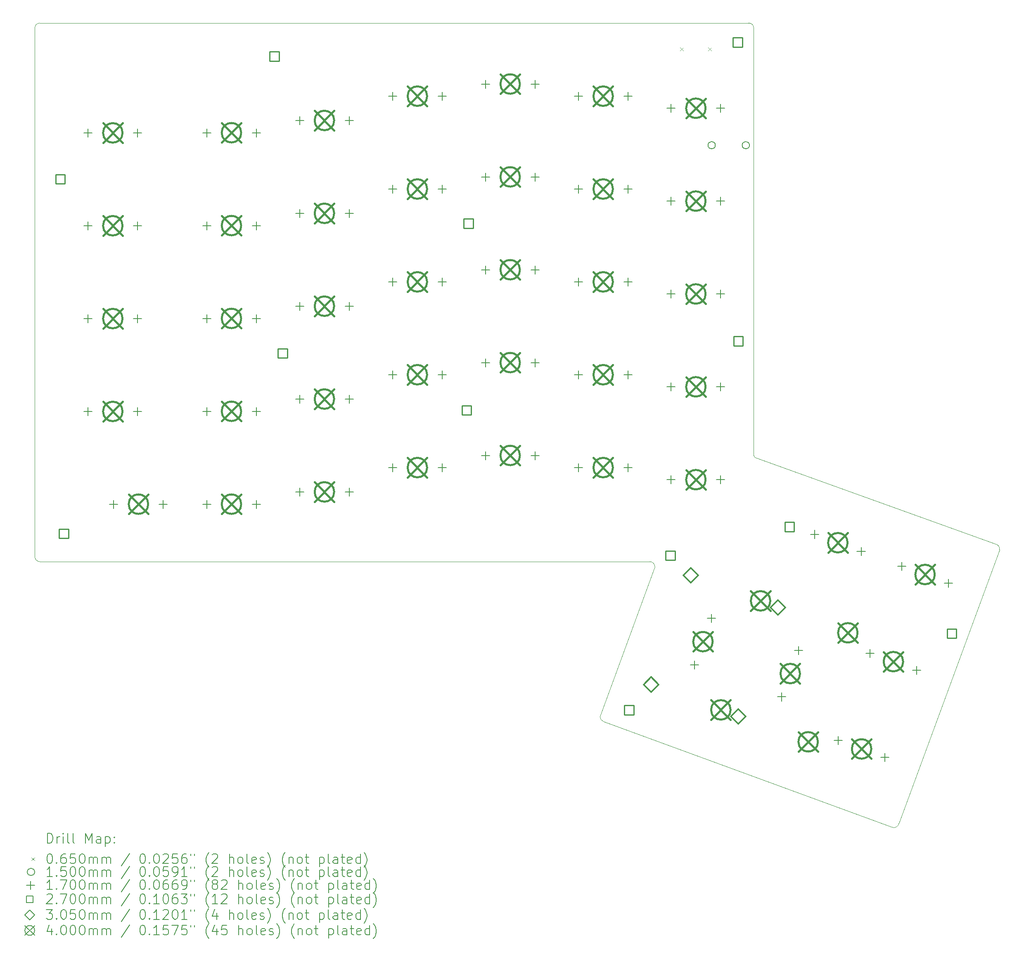
<source format=gbr>
%TF.GenerationSoftware,KiCad,Pcbnew,7.0.5*%
%TF.CreationDate,2025-01-08T15:51:52-05:00*%
%TF.ProjectId,JasonSplitErgoKeyboard_Left,4a61736f-6e53-4706-9c69-744572676f4b,rev?*%
%TF.SameCoordinates,Original*%
%TF.FileFunction,Drillmap*%
%TF.FilePolarity,Positive*%
%FSLAX45Y45*%
G04 Gerber Fmt 4.5, Leading zero omitted, Abs format (unit mm)*
G04 Created by KiCad (PCBNEW 7.0.5) date 2025-01-08 15:51:52*
%MOMM*%
%LPD*%
G01*
G04 APERTURE LIST*
%ADD10C,0.100000*%
%ADD11C,0.200000*%
%ADD12C,0.065000*%
%ADD13C,0.150000*%
%ADD14C,0.170000*%
%ADD15C,0.270000*%
%ADD16C,0.305000*%
%ADD17C,0.400000*%
G04 APERTURE END LIST*
D10*
X22070007Y-19620000D02*
G75*
G03*
X22136474Y-19720000I108443J-10D01*
G01*
X25219999Y-5490711D02*
G75*
G03*
X25120000Y-5390711I-99999J1D01*
G01*
X23190000Y-16540000D02*
G75*
G03*
X23090000Y-16440000I-100000J0D01*
G01*
X28052000Y-21890000D02*
G75*
G03*
X28197612Y-21811122I40000J100000D01*
G01*
X22070000Y-19620000D02*
X23190000Y-16540000D01*
X28052000Y-21890000D02*
X22136474Y-19720000D01*
X30260000Y-16200000D02*
G75*
G03*
X30180000Y-16080000I-100000J20000D01*
G01*
X10580000Y-5390710D02*
G75*
G03*
X10480000Y-5490711I0J-100000D01*
G01*
X25220000Y-5490711D02*
X25220000Y-14262624D01*
X10480000Y-16340000D02*
G75*
G03*
X10580000Y-16440000I100000J0D01*
G01*
X23090000Y-16440000D02*
X10580000Y-16440000D01*
X10480000Y-5490711D02*
X10480000Y-16340000D01*
X28197612Y-21811122D02*
X30260000Y-16200000D01*
X25283578Y-14320000D02*
X30180000Y-16080000D01*
X10580000Y-5390711D02*
X25120000Y-5390711D01*
X25220000Y-14262624D02*
G75*
G03*
X25283578Y-14320000I80000J24734D01*
G01*
D11*
D12*
X23709500Y-5893500D02*
X23774500Y-5958500D01*
X23774500Y-5893500D02*
X23709500Y-5958500D01*
X24287500Y-5893500D02*
X24352500Y-5958500D01*
X24352500Y-5893500D02*
X24287500Y-5958500D01*
D13*
X24433000Y-7898000D02*
G75*
G03*
X24433000Y-7898000I-75000J0D01*
G01*
X25133000Y-7898000D02*
G75*
G03*
X25133000Y-7898000I-75000J0D01*
G01*
D14*
X11570000Y-7559000D02*
X11570000Y-7729000D01*
X11485000Y-7644000D02*
X11655000Y-7644000D01*
X11570000Y-9464000D02*
X11570000Y-9634000D01*
X11485000Y-9549000D02*
X11655000Y-9549000D01*
X11570000Y-11369000D02*
X11570000Y-11539000D01*
X11485000Y-11454000D02*
X11655000Y-11454000D01*
X11570000Y-13274000D02*
X11570000Y-13444000D01*
X11485000Y-13359000D02*
X11655000Y-13359000D01*
X12096000Y-15176000D02*
X12096000Y-15346000D01*
X12011000Y-15261000D02*
X12181000Y-15261000D01*
X12586000Y-7559000D02*
X12586000Y-7729000D01*
X12501000Y-7644000D02*
X12671000Y-7644000D01*
X12586000Y-9464000D02*
X12586000Y-9634000D01*
X12501000Y-9549000D02*
X12671000Y-9549000D01*
X12586000Y-11369000D02*
X12586000Y-11539000D01*
X12501000Y-11454000D02*
X12671000Y-11454000D01*
X12586000Y-13274000D02*
X12586000Y-13444000D01*
X12501000Y-13359000D02*
X12671000Y-13359000D01*
X13112000Y-15176000D02*
X13112000Y-15346000D01*
X13027000Y-15261000D02*
X13197000Y-15261000D01*
X14003000Y-7556000D02*
X14003000Y-7726000D01*
X13918000Y-7641000D02*
X14088000Y-7641000D01*
X14003000Y-9461000D02*
X14003000Y-9631000D01*
X13918000Y-9546000D02*
X14088000Y-9546000D01*
X14003000Y-11366000D02*
X14003000Y-11536000D01*
X13918000Y-11451000D02*
X14088000Y-11451000D01*
X14003000Y-13271000D02*
X14003000Y-13441000D01*
X13918000Y-13356000D02*
X14088000Y-13356000D01*
X14003000Y-15176000D02*
X14003000Y-15346000D01*
X13918000Y-15261000D02*
X14088000Y-15261000D01*
X15019000Y-7556000D02*
X15019000Y-7726000D01*
X14934000Y-7641000D02*
X15104000Y-7641000D01*
X15019000Y-9461000D02*
X15019000Y-9631000D01*
X14934000Y-9546000D02*
X15104000Y-9546000D01*
X15019000Y-11366000D02*
X15019000Y-11536000D01*
X14934000Y-11451000D02*
X15104000Y-11451000D01*
X15019000Y-13271000D02*
X15019000Y-13441000D01*
X14934000Y-13356000D02*
X15104000Y-13356000D01*
X15019000Y-15176000D02*
X15019000Y-15346000D01*
X14934000Y-15261000D02*
X15104000Y-15261000D01*
X15909000Y-7305000D02*
X15909000Y-7475000D01*
X15824000Y-7390000D02*
X15994000Y-7390000D01*
X15909000Y-9210000D02*
X15909000Y-9380000D01*
X15824000Y-9295000D02*
X15994000Y-9295000D01*
X15909000Y-11115000D02*
X15909000Y-11285000D01*
X15824000Y-11200000D02*
X15994000Y-11200000D01*
X15909000Y-13020000D02*
X15909000Y-13190000D01*
X15824000Y-13105000D02*
X15994000Y-13105000D01*
X15909000Y-14925000D02*
X15909000Y-15095000D01*
X15824000Y-15010000D02*
X15994000Y-15010000D01*
X16925000Y-7305000D02*
X16925000Y-7475000D01*
X16840000Y-7390000D02*
X17010000Y-7390000D01*
X16925000Y-9210000D02*
X16925000Y-9380000D01*
X16840000Y-9295000D02*
X17010000Y-9295000D01*
X16925000Y-11115000D02*
X16925000Y-11285000D01*
X16840000Y-11200000D02*
X17010000Y-11200000D01*
X16925000Y-13020000D02*
X16925000Y-13190000D01*
X16840000Y-13105000D02*
X17010000Y-13105000D01*
X16925000Y-14925000D02*
X16925000Y-15095000D01*
X16840000Y-15010000D02*
X17010000Y-15010000D01*
X17815000Y-6806000D02*
X17815000Y-6976000D01*
X17730000Y-6891000D02*
X17900000Y-6891000D01*
X17815000Y-8711000D02*
X17815000Y-8881000D01*
X17730000Y-8796000D02*
X17900000Y-8796000D01*
X17815000Y-10616000D02*
X17815000Y-10786000D01*
X17730000Y-10701000D02*
X17900000Y-10701000D01*
X17815000Y-12521000D02*
X17815000Y-12691000D01*
X17730000Y-12606000D02*
X17900000Y-12606000D01*
X17815000Y-14426000D02*
X17815000Y-14596000D01*
X17730000Y-14511000D02*
X17900000Y-14511000D01*
X18831000Y-6806000D02*
X18831000Y-6976000D01*
X18746000Y-6891000D02*
X18916000Y-6891000D01*
X18831000Y-8711000D02*
X18831000Y-8881000D01*
X18746000Y-8796000D02*
X18916000Y-8796000D01*
X18831000Y-10616000D02*
X18831000Y-10786000D01*
X18746000Y-10701000D02*
X18916000Y-10701000D01*
X18831000Y-12521000D02*
X18831000Y-12691000D01*
X18746000Y-12606000D02*
X18916000Y-12606000D01*
X18831000Y-14426000D02*
X18831000Y-14596000D01*
X18746000Y-14511000D02*
X18916000Y-14511000D01*
X19718000Y-6557000D02*
X19718000Y-6727000D01*
X19633000Y-6642000D02*
X19803000Y-6642000D01*
X19718000Y-8462000D02*
X19718000Y-8632000D01*
X19633000Y-8547000D02*
X19803000Y-8547000D01*
X19718000Y-10367000D02*
X19718000Y-10537000D01*
X19633000Y-10452000D02*
X19803000Y-10452000D01*
X19718000Y-12272000D02*
X19718000Y-12442000D01*
X19633000Y-12357000D02*
X19803000Y-12357000D01*
X19718000Y-14177000D02*
X19718000Y-14347000D01*
X19633000Y-14262000D02*
X19803000Y-14262000D01*
X20734000Y-6557000D02*
X20734000Y-6727000D01*
X20649000Y-6642000D02*
X20819000Y-6642000D01*
X20734000Y-8462000D02*
X20734000Y-8632000D01*
X20649000Y-8547000D02*
X20819000Y-8547000D01*
X20734000Y-10367000D02*
X20734000Y-10537000D01*
X20649000Y-10452000D02*
X20819000Y-10452000D01*
X20734000Y-12272000D02*
X20734000Y-12442000D01*
X20649000Y-12357000D02*
X20819000Y-12357000D01*
X20734000Y-14177000D02*
X20734000Y-14347000D01*
X20649000Y-14262000D02*
X20819000Y-14262000D01*
X21625000Y-6806000D02*
X21625000Y-6976000D01*
X21540000Y-6891000D02*
X21710000Y-6891000D01*
X21625000Y-8711000D02*
X21625000Y-8881000D01*
X21540000Y-8796000D02*
X21710000Y-8796000D01*
X21625000Y-10616000D02*
X21625000Y-10786000D01*
X21540000Y-10701000D02*
X21710000Y-10701000D01*
X21625000Y-12521000D02*
X21625000Y-12691000D01*
X21540000Y-12606000D02*
X21710000Y-12606000D01*
X21625000Y-14426000D02*
X21625000Y-14596000D01*
X21540000Y-14511000D02*
X21710000Y-14511000D01*
X22641000Y-6806000D02*
X22641000Y-6976000D01*
X22556000Y-6891000D02*
X22726000Y-6891000D01*
X22641000Y-8711000D02*
X22641000Y-8881000D01*
X22556000Y-8796000D02*
X22726000Y-8796000D01*
X22641000Y-10616000D02*
X22641000Y-10786000D01*
X22556000Y-10701000D02*
X22726000Y-10701000D01*
X22641000Y-12521000D02*
X22641000Y-12691000D01*
X22556000Y-12606000D02*
X22726000Y-12606000D01*
X22641000Y-14426000D02*
X22641000Y-14596000D01*
X22556000Y-14511000D02*
X22726000Y-14511000D01*
X23526000Y-7054000D02*
X23526000Y-7224000D01*
X23441000Y-7139000D02*
X23611000Y-7139000D01*
X23526000Y-8959000D02*
X23526000Y-9129000D01*
X23441000Y-9044000D02*
X23611000Y-9044000D01*
X23526000Y-10864000D02*
X23526000Y-11034000D01*
X23441000Y-10949000D02*
X23611000Y-10949000D01*
X23526000Y-12769000D02*
X23526000Y-12939000D01*
X23441000Y-12854000D02*
X23611000Y-12854000D01*
X23526000Y-14674000D02*
X23526000Y-14844000D01*
X23441000Y-14759000D02*
X23611000Y-14759000D01*
X24005245Y-18474214D02*
X24005245Y-18644214D01*
X23920245Y-18559214D02*
X24090245Y-18559214D01*
X24352738Y-17519486D02*
X24352738Y-17689486D01*
X24267738Y-17604486D02*
X24437738Y-17604486D01*
X24542000Y-7054000D02*
X24542000Y-7224000D01*
X24457000Y-7139000D02*
X24627000Y-7139000D01*
X24542000Y-8959000D02*
X24542000Y-9129000D01*
X24457000Y-9044000D02*
X24627000Y-9044000D01*
X24542000Y-10864000D02*
X24542000Y-11034000D01*
X24457000Y-10949000D02*
X24627000Y-10949000D01*
X24542000Y-12769000D02*
X24542000Y-12939000D01*
X24457000Y-12854000D02*
X24627000Y-12854000D01*
X24542000Y-14674000D02*
X24542000Y-14844000D01*
X24457000Y-14759000D02*
X24627000Y-14759000D01*
X25795254Y-19129364D02*
X25795254Y-19299364D01*
X25710254Y-19214364D02*
X25880254Y-19214364D01*
X26142746Y-18174636D02*
X26142746Y-18344636D01*
X26057746Y-18259636D02*
X26227746Y-18259636D01*
X26467636Y-15793754D02*
X26467636Y-15963754D01*
X26382636Y-15878754D02*
X26552636Y-15878754D01*
X26954636Y-20024254D02*
X26954636Y-20194254D01*
X26869636Y-20109254D02*
X27039636Y-20109254D01*
X27422364Y-16141246D02*
X27422364Y-16311246D01*
X27337364Y-16226246D02*
X27507364Y-16226246D01*
X27606636Y-18233254D02*
X27606636Y-18403254D01*
X27521636Y-18318254D02*
X27691636Y-18318254D01*
X27909364Y-20371746D02*
X27909364Y-20541746D01*
X27824364Y-20456746D02*
X27994364Y-20456746D01*
X28256000Y-16446000D02*
X28256000Y-16616000D01*
X28171000Y-16531000D02*
X28341000Y-16531000D01*
X28561364Y-18580746D02*
X28561364Y-18750746D01*
X28476364Y-18665746D02*
X28646364Y-18665746D01*
X29210728Y-16793493D02*
X29210728Y-16963493D01*
X29125728Y-16878493D02*
X29295728Y-16878493D01*
D15*
X11097460Y-8690460D02*
X11097460Y-8499540D01*
X10906540Y-8499540D01*
X10906540Y-8690460D01*
X11097460Y-8690460D01*
X11167460Y-15960460D02*
X11167460Y-15769540D01*
X10976540Y-15769540D01*
X10976540Y-15960460D01*
X11167460Y-15960460D01*
X15487460Y-6170460D02*
X15487460Y-5979540D01*
X15296540Y-5979540D01*
X15296540Y-6170460D01*
X15487460Y-6170460D01*
X15657460Y-12260460D02*
X15657460Y-12069540D01*
X15466540Y-12069540D01*
X15466540Y-12260460D01*
X15657460Y-12260460D01*
X19427460Y-13430460D02*
X19427460Y-13239540D01*
X19236540Y-13239540D01*
X19236540Y-13430460D01*
X19427460Y-13430460D01*
X19467460Y-9600460D02*
X19467460Y-9409540D01*
X19276540Y-9409540D01*
X19276540Y-9600460D01*
X19467460Y-9600460D01*
X22757460Y-19580460D02*
X22757460Y-19389540D01*
X22566540Y-19389540D01*
X22566540Y-19580460D01*
X22757460Y-19580460D01*
X23607460Y-16410460D02*
X23607460Y-16219540D01*
X23416540Y-16219540D01*
X23416540Y-16410460D01*
X23607460Y-16410460D01*
X24987460Y-5880460D02*
X24987460Y-5689540D01*
X24796540Y-5689540D01*
X24796540Y-5880460D01*
X24987460Y-5880460D01*
X24997460Y-12010460D02*
X24997460Y-11819540D01*
X24806540Y-11819540D01*
X24806540Y-12010460D01*
X24997460Y-12010460D01*
X26047460Y-15820460D02*
X26047460Y-15629540D01*
X25856540Y-15629540D01*
X25856540Y-15820460D01*
X26047460Y-15820460D01*
X29377460Y-18010460D02*
X29377460Y-17819540D01*
X29186540Y-17819540D01*
X29186540Y-18010460D01*
X29377460Y-18010460D01*
D16*
X23114203Y-19113170D02*
X23266703Y-18960670D01*
X23114203Y-18808170D01*
X22961703Y-18960670D01*
X23114203Y-19113170D01*
X23928211Y-16876702D02*
X24080711Y-16724202D01*
X23928211Y-16571702D01*
X23775711Y-16724202D01*
X23928211Y-16876702D01*
X24904211Y-19768320D02*
X25056711Y-19615820D01*
X24904211Y-19463320D01*
X24751711Y-19615820D01*
X24904211Y-19768320D01*
X25718219Y-17531852D02*
X25870719Y-17379352D01*
X25718219Y-17226852D01*
X25565719Y-17379352D01*
X25718219Y-17531852D01*
D17*
X11878000Y-7444000D02*
X12278000Y-7844000D01*
X12278000Y-7444000D02*
X11878000Y-7844000D01*
X12278000Y-7644000D02*
G75*
G03*
X12278000Y-7644000I-200000J0D01*
G01*
X11878000Y-9349000D02*
X12278000Y-9749000D01*
X12278000Y-9349000D02*
X11878000Y-9749000D01*
X12278000Y-9549000D02*
G75*
G03*
X12278000Y-9549000I-200000J0D01*
G01*
X11878000Y-11254000D02*
X12278000Y-11654000D01*
X12278000Y-11254000D02*
X11878000Y-11654000D01*
X12278000Y-11454000D02*
G75*
G03*
X12278000Y-11454000I-200000J0D01*
G01*
X11878000Y-13159000D02*
X12278000Y-13559000D01*
X12278000Y-13159000D02*
X11878000Y-13559000D01*
X12278000Y-13359000D02*
G75*
G03*
X12278000Y-13359000I-200000J0D01*
G01*
X12404000Y-15061000D02*
X12804000Y-15461000D01*
X12804000Y-15061000D02*
X12404000Y-15461000D01*
X12804000Y-15261000D02*
G75*
G03*
X12804000Y-15261000I-200000J0D01*
G01*
X14311000Y-7441000D02*
X14711000Y-7841000D01*
X14711000Y-7441000D02*
X14311000Y-7841000D01*
X14711000Y-7641000D02*
G75*
G03*
X14711000Y-7641000I-200000J0D01*
G01*
X14311000Y-9346000D02*
X14711000Y-9746000D01*
X14711000Y-9346000D02*
X14311000Y-9746000D01*
X14711000Y-9546000D02*
G75*
G03*
X14711000Y-9546000I-200000J0D01*
G01*
X14311000Y-11251000D02*
X14711000Y-11651000D01*
X14711000Y-11251000D02*
X14311000Y-11651000D01*
X14711000Y-11451000D02*
G75*
G03*
X14711000Y-11451000I-200000J0D01*
G01*
X14311000Y-13156000D02*
X14711000Y-13556000D01*
X14711000Y-13156000D02*
X14311000Y-13556000D01*
X14711000Y-13356000D02*
G75*
G03*
X14711000Y-13356000I-200000J0D01*
G01*
X14311000Y-15061000D02*
X14711000Y-15461000D01*
X14711000Y-15061000D02*
X14311000Y-15461000D01*
X14711000Y-15261000D02*
G75*
G03*
X14711000Y-15261000I-200000J0D01*
G01*
X16217000Y-7190000D02*
X16617000Y-7590000D01*
X16617000Y-7190000D02*
X16217000Y-7590000D01*
X16617000Y-7390000D02*
G75*
G03*
X16617000Y-7390000I-200000J0D01*
G01*
X16217000Y-9095000D02*
X16617000Y-9495000D01*
X16617000Y-9095000D02*
X16217000Y-9495000D01*
X16617000Y-9295000D02*
G75*
G03*
X16617000Y-9295000I-200000J0D01*
G01*
X16217000Y-11000000D02*
X16617000Y-11400000D01*
X16617000Y-11000000D02*
X16217000Y-11400000D01*
X16617000Y-11200000D02*
G75*
G03*
X16617000Y-11200000I-200000J0D01*
G01*
X16217000Y-12905000D02*
X16617000Y-13305000D01*
X16617000Y-12905000D02*
X16217000Y-13305000D01*
X16617000Y-13105000D02*
G75*
G03*
X16617000Y-13105000I-200000J0D01*
G01*
X16217000Y-14810000D02*
X16617000Y-15210000D01*
X16617000Y-14810000D02*
X16217000Y-15210000D01*
X16617000Y-15010000D02*
G75*
G03*
X16617000Y-15010000I-200000J0D01*
G01*
X18123000Y-6691000D02*
X18523000Y-7091000D01*
X18523000Y-6691000D02*
X18123000Y-7091000D01*
X18523000Y-6891000D02*
G75*
G03*
X18523000Y-6891000I-200000J0D01*
G01*
X18123000Y-8596000D02*
X18523000Y-8996000D01*
X18523000Y-8596000D02*
X18123000Y-8996000D01*
X18523000Y-8796000D02*
G75*
G03*
X18523000Y-8796000I-200000J0D01*
G01*
X18123000Y-10501000D02*
X18523000Y-10901000D01*
X18523000Y-10501000D02*
X18123000Y-10901000D01*
X18523000Y-10701000D02*
G75*
G03*
X18523000Y-10701000I-200000J0D01*
G01*
X18123000Y-12406000D02*
X18523000Y-12806000D01*
X18523000Y-12406000D02*
X18123000Y-12806000D01*
X18523000Y-12606000D02*
G75*
G03*
X18523000Y-12606000I-200000J0D01*
G01*
X18123000Y-14311000D02*
X18523000Y-14711000D01*
X18523000Y-14311000D02*
X18123000Y-14711000D01*
X18523000Y-14511000D02*
G75*
G03*
X18523000Y-14511000I-200000J0D01*
G01*
X20026000Y-6442000D02*
X20426000Y-6842000D01*
X20426000Y-6442000D02*
X20026000Y-6842000D01*
X20426000Y-6642000D02*
G75*
G03*
X20426000Y-6642000I-200000J0D01*
G01*
X20026000Y-8347000D02*
X20426000Y-8747000D01*
X20426000Y-8347000D02*
X20026000Y-8747000D01*
X20426000Y-8547000D02*
G75*
G03*
X20426000Y-8547000I-200000J0D01*
G01*
X20026000Y-10252000D02*
X20426000Y-10652000D01*
X20426000Y-10252000D02*
X20026000Y-10652000D01*
X20426000Y-10452000D02*
G75*
G03*
X20426000Y-10452000I-200000J0D01*
G01*
X20026000Y-12157000D02*
X20426000Y-12557000D01*
X20426000Y-12157000D02*
X20026000Y-12557000D01*
X20426000Y-12357000D02*
G75*
G03*
X20426000Y-12357000I-200000J0D01*
G01*
X20026000Y-14062000D02*
X20426000Y-14462000D01*
X20426000Y-14062000D02*
X20026000Y-14462000D01*
X20426000Y-14262000D02*
G75*
G03*
X20426000Y-14262000I-200000J0D01*
G01*
X21933000Y-6691000D02*
X22333000Y-7091000D01*
X22333000Y-6691000D02*
X21933000Y-7091000D01*
X22333000Y-6891000D02*
G75*
G03*
X22333000Y-6891000I-200000J0D01*
G01*
X21933000Y-8596000D02*
X22333000Y-8996000D01*
X22333000Y-8596000D02*
X21933000Y-8996000D01*
X22333000Y-8796000D02*
G75*
G03*
X22333000Y-8796000I-200000J0D01*
G01*
X21933000Y-10501000D02*
X22333000Y-10901000D01*
X22333000Y-10501000D02*
X21933000Y-10901000D01*
X22333000Y-10701000D02*
G75*
G03*
X22333000Y-10701000I-200000J0D01*
G01*
X21933000Y-12406000D02*
X22333000Y-12806000D01*
X22333000Y-12406000D02*
X21933000Y-12806000D01*
X22333000Y-12606000D02*
G75*
G03*
X22333000Y-12606000I-200000J0D01*
G01*
X21933000Y-14311000D02*
X22333000Y-14711000D01*
X22333000Y-14311000D02*
X21933000Y-14711000D01*
X22333000Y-14511000D02*
G75*
G03*
X22333000Y-14511000I-200000J0D01*
G01*
X23834000Y-6939000D02*
X24234000Y-7339000D01*
X24234000Y-6939000D02*
X23834000Y-7339000D01*
X24234000Y-7139000D02*
G75*
G03*
X24234000Y-7139000I-200000J0D01*
G01*
X23834000Y-8844000D02*
X24234000Y-9244000D01*
X24234000Y-8844000D02*
X23834000Y-9244000D01*
X24234000Y-9044000D02*
G75*
G03*
X24234000Y-9044000I-200000J0D01*
G01*
X23834000Y-10749000D02*
X24234000Y-11149000D01*
X24234000Y-10749000D02*
X23834000Y-11149000D01*
X24234000Y-10949000D02*
G75*
G03*
X24234000Y-10949000I-200000J0D01*
G01*
X23834000Y-12654000D02*
X24234000Y-13054000D01*
X24234000Y-12654000D02*
X23834000Y-13054000D01*
X24234000Y-12854000D02*
G75*
G03*
X24234000Y-12854000I-200000J0D01*
G01*
X23834000Y-14559000D02*
X24234000Y-14959000D01*
X24234000Y-14559000D02*
X23834000Y-14959000D01*
X24234000Y-14759000D02*
G75*
G03*
X24234000Y-14759000I-200000J0D01*
G01*
X23978992Y-17881850D02*
X24378992Y-18281850D01*
X24378992Y-17881850D02*
X23978992Y-18281850D01*
X24378992Y-18081850D02*
G75*
G03*
X24378992Y-18081850I-200000J0D01*
G01*
X24346294Y-19281909D02*
X24746294Y-19681909D01*
X24746294Y-19281909D02*
X24346294Y-19681909D01*
X24746294Y-19481909D02*
G75*
G03*
X24746294Y-19481909I-200000J0D01*
G01*
X25160302Y-17045441D02*
X25560302Y-17445441D01*
X25560302Y-17045441D02*
X25160302Y-17445441D01*
X25560302Y-17245441D02*
G75*
G03*
X25560302Y-17245441I-200000J0D01*
G01*
X25769000Y-18537000D02*
X26169000Y-18937000D01*
X26169000Y-18537000D02*
X25769000Y-18937000D01*
X26169000Y-18737000D02*
G75*
G03*
X26169000Y-18737000I-200000J0D01*
G01*
X26136303Y-19937059D02*
X26536303Y-20337059D01*
X26536303Y-19937059D02*
X26136303Y-20337059D01*
X26536303Y-20137059D02*
G75*
G03*
X26536303Y-20137059I-200000J0D01*
G01*
X26745000Y-15852500D02*
X27145000Y-16252500D01*
X27145000Y-15852500D02*
X26745000Y-16252500D01*
X27145000Y-16052500D02*
G75*
G03*
X27145000Y-16052500I-200000J0D01*
G01*
X26950311Y-17700590D02*
X27350311Y-18100590D01*
X27350311Y-17700590D02*
X26950311Y-18100590D01*
X27350311Y-17900590D02*
G75*
G03*
X27350311Y-17900590I-200000J0D01*
G01*
X27232000Y-20083000D02*
X27632000Y-20483000D01*
X27632000Y-20083000D02*
X27232000Y-20483000D01*
X27632000Y-20283000D02*
G75*
G03*
X27632000Y-20283000I-200000J0D01*
G01*
X27884000Y-18292000D02*
X28284000Y-18692000D01*
X28284000Y-18292000D02*
X27884000Y-18692000D01*
X28284000Y-18492000D02*
G75*
G03*
X28284000Y-18492000I-200000J0D01*
G01*
X28533364Y-16504746D02*
X28933364Y-16904746D01*
X28933364Y-16504746D02*
X28533364Y-16904746D01*
X28933364Y-16704746D02*
G75*
G03*
X28933364Y-16704746I-200000J0D01*
G01*
D11*
X10735777Y-22214187D02*
X10735777Y-22014187D01*
X10735777Y-22014187D02*
X10783396Y-22014187D01*
X10783396Y-22014187D02*
X10811967Y-22023711D01*
X10811967Y-22023711D02*
X10831015Y-22042758D01*
X10831015Y-22042758D02*
X10840539Y-22061806D01*
X10840539Y-22061806D02*
X10850063Y-22099901D01*
X10850063Y-22099901D02*
X10850063Y-22128473D01*
X10850063Y-22128473D02*
X10840539Y-22166568D01*
X10840539Y-22166568D02*
X10831015Y-22185616D01*
X10831015Y-22185616D02*
X10811967Y-22204663D01*
X10811967Y-22204663D02*
X10783396Y-22214187D01*
X10783396Y-22214187D02*
X10735777Y-22214187D01*
X10935777Y-22214187D02*
X10935777Y-22080854D01*
X10935777Y-22118949D02*
X10945301Y-22099901D01*
X10945301Y-22099901D02*
X10954824Y-22090377D01*
X10954824Y-22090377D02*
X10973872Y-22080854D01*
X10973872Y-22080854D02*
X10992920Y-22080854D01*
X11059586Y-22214187D02*
X11059586Y-22080854D01*
X11059586Y-22014187D02*
X11050063Y-22023711D01*
X11050063Y-22023711D02*
X11059586Y-22033235D01*
X11059586Y-22033235D02*
X11069110Y-22023711D01*
X11069110Y-22023711D02*
X11059586Y-22014187D01*
X11059586Y-22014187D02*
X11059586Y-22033235D01*
X11183396Y-22214187D02*
X11164348Y-22204663D01*
X11164348Y-22204663D02*
X11154824Y-22185616D01*
X11154824Y-22185616D02*
X11154824Y-22014187D01*
X11288158Y-22214187D02*
X11269110Y-22204663D01*
X11269110Y-22204663D02*
X11259586Y-22185616D01*
X11259586Y-22185616D02*
X11259586Y-22014187D01*
X11516729Y-22214187D02*
X11516729Y-22014187D01*
X11516729Y-22014187D02*
X11583396Y-22157044D01*
X11583396Y-22157044D02*
X11650062Y-22014187D01*
X11650062Y-22014187D02*
X11650062Y-22214187D01*
X11831015Y-22214187D02*
X11831015Y-22109425D01*
X11831015Y-22109425D02*
X11821491Y-22090377D01*
X11821491Y-22090377D02*
X11802443Y-22080854D01*
X11802443Y-22080854D02*
X11764348Y-22080854D01*
X11764348Y-22080854D02*
X11745301Y-22090377D01*
X11831015Y-22204663D02*
X11811967Y-22214187D01*
X11811967Y-22214187D02*
X11764348Y-22214187D01*
X11764348Y-22214187D02*
X11745301Y-22204663D01*
X11745301Y-22204663D02*
X11735777Y-22185616D01*
X11735777Y-22185616D02*
X11735777Y-22166568D01*
X11735777Y-22166568D02*
X11745301Y-22147520D01*
X11745301Y-22147520D02*
X11764348Y-22137997D01*
X11764348Y-22137997D02*
X11811967Y-22137997D01*
X11811967Y-22137997D02*
X11831015Y-22128473D01*
X11926253Y-22080854D02*
X11926253Y-22280854D01*
X11926253Y-22090377D02*
X11945301Y-22080854D01*
X11945301Y-22080854D02*
X11983396Y-22080854D01*
X11983396Y-22080854D02*
X12002443Y-22090377D01*
X12002443Y-22090377D02*
X12011967Y-22099901D01*
X12011967Y-22099901D02*
X12021491Y-22118949D01*
X12021491Y-22118949D02*
X12021491Y-22176092D01*
X12021491Y-22176092D02*
X12011967Y-22195139D01*
X12011967Y-22195139D02*
X12002443Y-22204663D01*
X12002443Y-22204663D02*
X11983396Y-22214187D01*
X11983396Y-22214187D02*
X11945301Y-22214187D01*
X11945301Y-22214187D02*
X11926253Y-22204663D01*
X12107205Y-22195139D02*
X12116729Y-22204663D01*
X12116729Y-22204663D02*
X12107205Y-22214187D01*
X12107205Y-22214187D02*
X12097682Y-22204663D01*
X12097682Y-22204663D02*
X12107205Y-22195139D01*
X12107205Y-22195139D02*
X12107205Y-22214187D01*
X12107205Y-22090377D02*
X12116729Y-22099901D01*
X12116729Y-22099901D02*
X12107205Y-22109425D01*
X12107205Y-22109425D02*
X12097682Y-22099901D01*
X12097682Y-22099901D02*
X12107205Y-22090377D01*
X12107205Y-22090377D02*
X12107205Y-22109425D01*
D12*
X10410000Y-22510203D02*
X10475000Y-22575203D01*
X10475000Y-22510203D02*
X10410000Y-22575203D01*
D11*
X10773872Y-22434187D02*
X10792920Y-22434187D01*
X10792920Y-22434187D02*
X10811967Y-22443711D01*
X10811967Y-22443711D02*
X10821491Y-22453235D01*
X10821491Y-22453235D02*
X10831015Y-22472282D01*
X10831015Y-22472282D02*
X10840539Y-22510377D01*
X10840539Y-22510377D02*
X10840539Y-22557996D01*
X10840539Y-22557996D02*
X10831015Y-22596092D01*
X10831015Y-22596092D02*
X10821491Y-22615139D01*
X10821491Y-22615139D02*
X10811967Y-22624663D01*
X10811967Y-22624663D02*
X10792920Y-22634187D01*
X10792920Y-22634187D02*
X10773872Y-22634187D01*
X10773872Y-22634187D02*
X10754824Y-22624663D01*
X10754824Y-22624663D02*
X10745301Y-22615139D01*
X10745301Y-22615139D02*
X10735777Y-22596092D01*
X10735777Y-22596092D02*
X10726253Y-22557996D01*
X10726253Y-22557996D02*
X10726253Y-22510377D01*
X10726253Y-22510377D02*
X10735777Y-22472282D01*
X10735777Y-22472282D02*
X10745301Y-22453235D01*
X10745301Y-22453235D02*
X10754824Y-22443711D01*
X10754824Y-22443711D02*
X10773872Y-22434187D01*
X10926253Y-22615139D02*
X10935777Y-22624663D01*
X10935777Y-22624663D02*
X10926253Y-22634187D01*
X10926253Y-22634187D02*
X10916729Y-22624663D01*
X10916729Y-22624663D02*
X10926253Y-22615139D01*
X10926253Y-22615139D02*
X10926253Y-22634187D01*
X11107205Y-22434187D02*
X11069110Y-22434187D01*
X11069110Y-22434187D02*
X11050063Y-22443711D01*
X11050063Y-22443711D02*
X11040539Y-22453235D01*
X11040539Y-22453235D02*
X11021491Y-22481806D01*
X11021491Y-22481806D02*
X11011967Y-22519901D01*
X11011967Y-22519901D02*
X11011967Y-22596092D01*
X11011967Y-22596092D02*
X11021491Y-22615139D01*
X11021491Y-22615139D02*
X11031015Y-22624663D01*
X11031015Y-22624663D02*
X11050063Y-22634187D01*
X11050063Y-22634187D02*
X11088158Y-22634187D01*
X11088158Y-22634187D02*
X11107205Y-22624663D01*
X11107205Y-22624663D02*
X11116729Y-22615139D01*
X11116729Y-22615139D02*
X11126253Y-22596092D01*
X11126253Y-22596092D02*
X11126253Y-22548473D01*
X11126253Y-22548473D02*
X11116729Y-22529425D01*
X11116729Y-22529425D02*
X11107205Y-22519901D01*
X11107205Y-22519901D02*
X11088158Y-22510377D01*
X11088158Y-22510377D02*
X11050063Y-22510377D01*
X11050063Y-22510377D02*
X11031015Y-22519901D01*
X11031015Y-22519901D02*
X11021491Y-22529425D01*
X11021491Y-22529425D02*
X11011967Y-22548473D01*
X11307205Y-22434187D02*
X11211967Y-22434187D01*
X11211967Y-22434187D02*
X11202443Y-22529425D01*
X11202443Y-22529425D02*
X11211967Y-22519901D01*
X11211967Y-22519901D02*
X11231015Y-22510377D01*
X11231015Y-22510377D02*
X11278634Y-22510377D01*
X11278634Y-22510377D02*
X11297682Y-22519901D01*
X11297682Y-22519901D02*
X11307205Y-22529425D01*
X11307205Y-22529425D02*
X11316729Y-22548473D01*
X11316729Y-22548473D02*
X11316729Y-22596092D01*
X11316729Y-22596092D02*
X11307205Y-22615139D01*
X11307205Y-22615139D02*
X11297682Y-22624663D01*
X11297682Y-22624663D02*
X11278634Y-22634187D01*
X11278634Y-22634187D02*
X11231015Y-22634187D01*
X11231015Y-22634187D02*
X11211967Y-22624663D01*
X11211967Y-22624663D02*
X11202443Y-22615139D01*
X11440539Y-22434187D02*
X11459586Y-22434187D01*
X11459586Y-22434187D02*
X11478634Y-22443711D01*
X11478634Y-22443711D02*
X11488158Y-22453235D01*
X11488158Y-22453235D02*
X11497682Y-22472282D01*
X11497682Y-22472282D02*
X11507205Y-22510377D01*
X11507205Y-22510377D02*
X11507205Y-22557996D01*
X11507205Y-22557996D02*
X11497682Y-22596092D01*
X11497682Y-22596092D02*
X11488158Y-22615139D01*
X11488158Y-22615139D02*
X11478634Y-22624663D01*
X11478634Y-22624663D02*
X11459586Y-22634187D01*
X11459586Y-22634187D02*
X11440539Y-22634187D01*
X11440539Y-22634187D02*
X11421491Y-22624663D01*
X11421491Y-22624663D02*
X11411967Y-22615139D01*
X11411967Y-22615139D02*
X11402443Y-22596092D01*
X11402443Y-22596092D02*
X11392920Y-22557996D01*
X11392920Y-22557996D02*
X11392920Y-22510377D01*
X11392920Y-22510377D02*
X11402443Y-22472282D01*
X11402443Y-22472282D02*
X11411967Y-22453235D01*
X11411967Y-22453235D02*
X11421491Y-22443711D01*
X11421491Y-22443711D02*
X11440539Y-22434187D01*
X11592920Y-22634187D02*
X11592920Y-22500854D01*
X11592920Y-22519901D02*
X11602443Y-22510377D01*
X11602443Y-22510377D02*
X11621491Y-22500854D01*
X11621491Y-22500854D02*
X11650063Y-22500854D01*
X11650063Y-22500854D02*
X11669110Y-22510377D01*
X11669110Y-22510377D02*
X11678634Y-22529425D01*
X11678634Y-22529425D02*
X11678634Y-22634187D01*
X11678634Y-22529425D02*
X11688158Y-22510377D01*
X11688158Y-22510377D02*
X11707205Y-22500854D01*
X11707205Y-22500854D02*
X11735777Y-22500854D01*
X11735777Y-22500854D02*
X11754824Y-22510377D01*
X11754824Y-22510377D02*
X11764348Y-22529425D01*
X11764348Y-22529425D02*
X11764348Y-22634187D01*
X11859586Y-22634187D02*
X11859586Y-22500854D01*
X11859586Y-22519901D02*
X11869110Y-22510377D01*
X11869110Y-22510377D02*
X11888158Y-22500854D01*
X11888158Y-22500854D02*
X11916729Y-22500854D01*
X11916729Y-22500854D02*
X11935777Y-22510377D01*
X11935777Y-22510377D02*
X11945301Y-22529425D01*
X11945301Y-22529425D02*
X11945301Y-22634187D01*
X11945301Y-22529425D02*
X11954824Y-22510377D01*
X11954824Y-22510377D02*
X11973872Y-22500854D01*
X11973872Y-22500854D02*
X12002443Y-22500854D01*
X12002443Y-22500854D02*
X12021491Y-22510377D01*
X12021491Y-22510377D02*
X12031015Y-22529425D01*
X12031015Y-22529425D02*
X12031015Y-22634187D01*
X12421491Y-22424663D02*
X12250063Y-22681806D01*
X12678634Y-22434187D02*
X12697682Y-22434187D01*
X12697682Y-22434187D02*
X12716729Y-22443711D01*
X12716729Y-22443711D02*
X12726253Y-22453235D01*
X12726253Y-22453235D02*
X12735777Y-22472282D01*
X12735777Y-22472282D02*
X12745301Y-22510377D01*
X12745301Y-22510377D02*
X12745301Y-22557996D01*
X12745301Y-22557996D02*
X12735777Y-22596092D01*
X12735777Y-22596092D02*
X12726253Y-22615139D01*
X12726253Y-22615139D02*
X12716729Y-22624663D01*
X12716729Y-22624663D02*
X12697682Y-22634187D01*
X12697682Y-22634187D02*
X12678634Y-22634187D01*
X12678634Y-22634187D02*
X12659586Y-22624663D01*
X12659586Y-22624663D02*
X12650063Y-22615139D01*
X12650063Y-22615139D02*
X12640539Y-22596092D01*
X12640539Y-22596092D02*
X12631015Y-22557996D01*
X12631015Y-22557996D02*
X12631015Y-22510377D01*
X12631015Y-22510377D02*
X12640539Y-22472282D01*
X12640539Y-22472282D02*
X12650063Y-22453235D01*
X12650063Y-22453235D02*
X12659586Y-22443711D01*
X12659586Y-22443711D02*
X12678634Y-22434187D01*
X12831015Y-22615139D02*
X12840539Y-22624663D01*
X12840539Y-22624663D02*
X12831015Y-22634187D01*
X12831015Y-22634187D02*
X12821491Y-22624663D01*
X12821491Y-22624663D02*
X12831015Y-22615139D01*
X12831015Y-22615139D02*
X12831015Y-22634187D01*
X12964348Y-22434187D02*
X12983396Y-22434187D01*
X12983396Y-22434187D02*
X13002444Y-22443711D01*
X13002444Y-22443711D02*
X13011967Y-22453235D01*
X13011967Y-22453235D02*
X13021491Y-22472282D01*
X13021491Y-22472282D02*
X13031015Y-22510377D01*
X13031015Y-22510377D02*
X13031015Y-22557996D01*
X13031015Y-22557996D02*
X13021491Y-22596092D01*
X13021491Y-22596092D02*
X13011967Y-22615139D01*
X13011967Y-22615139D02*
X13002444Y-22624663D01*
X13002444Y-22624663D02*
X12983396Y-22634187D01*
X12983396Y-22634187D02*
X12964348Y-22634187D01*
X12964348Y-22634187D02*
X12945301Y-22624663D01*
X12945301Y-22624663D02*
X12935777Y-22615139D01*
X12935777Y-22615139D02*
X12926253Y-22596092D01*
X12926253Y-22596092D02*
X12916729Y-22557996D01*
X12916729Y-22557996D02*
X12916729Y-22510377D01*
X12916729Y-22510377D02*
X12926253Y-22472282D01*
X12926253Y-22472282D02*
X12935777Y-22453235D01*
X12935777Y-22453235D02*
X12945301Y-22443711D01*
X12945301Y-22443711D02*
X12964348Y-22434187D01*
X13107206Y-22453235D02*
X13116729Y-22443711D01*
X13116729Y-22443711D02*
X13135777Y-22434187D01*
X13135777Y-22434187D02*
X13183396Y-22434187D01*
X13183396Y-22434187D02*
X13202444Y-22443711D01*
X13202444Y-22443711D02*
X13211967Y-22453235D01*
X13211967Y-22453235D02*
X13221491Y-22472282D01*
X13221491Y-22472282D02*
X13221491Y-22491330D01*
X13221491Y-22491330D02*
X13211967Y-22519901D01*
X13211967Y-22519901D02*
X13097682Y-22634187D01*
X13097682Y-22634187D02*
X13221491Y-22634187D01*
X13402444Y-22434187D02*
X13307206Y-22434187D01*
X13307206Y-22434187D02*
X13297682Y-22529425D01*
X13297682Y-22529425D02*
X13307206Y-22519901D01*
X13307206Y-22519901D02*
X13326253Y-22510377D01*
X13326253Y-22510377D02*
X13373872Y-22510377D01*
X13373872Y-22510377D02*
X13392920Y-22519901D01*
X13392920Y-22519901D02*
X13402444Y-22529425D01*
X13402444Y-22529425D02*
X13411967Y-22548473D01*
X13411967Y-22548473D02*
X13411967Y-22596092D01*
X13411967Y-22596092D02*
X13402444Y-22615139D01*
X13402444Y-22615139D02*
X13392920Y-22624663D01*
X13392920Y-22624663D02*
X13373872Y-22634187D01*
X13373872Y-22634187D02*
X13326253Y-22634187D01*
X13326253Y-22634187D02*
X13307206Y-22624663D01*
X13307206Y-22624663D02*
X13297682Y-22615139D01*
X13583396Y-22434187D02*
X13545301Y-22434187D01*
X13545301Y-22434187D02*
X13526253Y-22443711D01*
X13526253Y-22443711D02*
X13516729Y-22453235D01*
X13516729Y-22453235D02*
X13497682Y-22481806D01*
X13497682Y-22481806D02*
X13488158Y-22519901D01*
X13488158Y-22519901D02*
X13488158Y-22596092D01*
X13488158Y-22596092D02*
X13497682Y-22615139D01*
X13497682Y-22615139D02*
X13507206Y-22624663D01*
X13507206Y-22624663D02*
X13526253Y-22634187D01*
X13526253Y-22634187D02*
X13564348Y-22634187D01*
X13564348Y-22634187D02*
X13583396Y-22624663D01*
X13583396Y-22624663D02*
X13592920Y-22615139D01*
X13592920Y-22615139D02*
X13602444Y-22596092D01*
X13602444Y-22596092D02*
X13602444Y-22548473D01*
X13602444Y-22548473D02*
X13592920Y-22529425D01*
X13592920Y-22529425D02*
X13583396Y-22519901D01*
X13583396Y-22519901D02*
X13564348Y-22510377D01*
X13564348Y-22510377D02*
X13526253Y-22510377D01*
X13526253Y-22510377D02*
X13507206Y-22519901D01*
X13507206Y-22519901D02*
X13497682Y-22529425D01*
X13497682Y-22529425D02*
X13488158Y-22548473D01*
X13678634Y-22434187D02*
X13678634Y-22472282D01*
X13754825Y-22434187D02*
X13754825Y-22472282D01*
X14050063Y-22710377D02*
X14040539Y-22700854D01*
X14040539Y-22700854D02*
X14021491Y-22672282D01*
X14021491Y-22672282D02*
X14011968Y-22653235D01*
X14011968Y-22653235D02*
X14002444Y-22624663D01*
X14002444Y-22624663D02*
X13992920Y-22577044D01*
X13992920Y-22577044D02*
X13992920Y-22538949D01*
X13992920Y-22538949D02*
X14002444Y-22491330D01*
X14002444Y-22491330D02*
X14011968Y-22462758D01*
X14011968Y-22462758D02*
X14021491Y-22443711D01*
X14021491Y-22443711D02*
X14040539Y-22415139D01*
X14040539Y-22415139D02*
X14050063Y-22405615D01*
X14116729Y-22453235D02*
X14126253Y-22443711D01*
X14126253Y-22443711D02*
X14145301Y-22434187D01*
X14145301Y-22434187D02*
X14192920Y-22434187D01*
X14192920Y-22434187D02*
X14211968Y-22443711D01*
X14211968Y-22443711D02*
X14221491Y-22453235D01*
X14221491Y-22453235D02*
X14231015Y-22472282D01*
X14231015Y-22472282D02*
X14231015Y-22491330D01*
X14231015Y-22491330D02*
X14221491Y-22519901D01*
X14221491Y-22519901D02*
X14107206Y-22634187D01*
X14107206Y-22634187D02*
X14231015Y-22634187D01*
X14469110Y-22634187D02*
X14469110Y-22434187D01*
X14554825Y-22634187D02*
X14554825Y-22529425D01*
X14554825Y-22529425D02*
X14545301Y-22510377D01*
X14545301Y-22510377D02*
X14526253Y-22500854D01*
X14526253Y-22500854D02*
X14497682Y-22500854D01*
X14497682Y-22500854D02*
X14478634Y-22510377D01*
X14478634Y-22510377D02*
X14469110Y-22519901D01*
X14678634Y-22634187D02*
X14659587Y-22624663D01*
X14659587Y-22624663D02*
X14650063Y-22615139D01*
X14650063Y-22615139D02*
X14640539Y-22596092D01*
X14640539Y-22596092D02*
X14640539Y-22538949D01*
X14640539Y-22538949D02*
X14650063Y-22519901D01*
X14650063Y-22519901D02*
X14659587Y-22510377D01*
X14659587Y-22510377D02*
X14678634Y-22500854D01*
X14678634Y-22500854D02*
X14707206Y-22500854D01*
X14707206Y-22500854D02*
X14726253Y-22510377D01*
X14726253Y-22510377D02*
X14735777Y-22519901D01*
X14735777Y-22519901D02*
X14745301Y-22538949D01*
X14745301Y-22538949D02*
X14745301Y-22596092D01*
X14745301Y-22596092D02*
X14735777Y-22615139D01*
X14735777Y-22615139D02*
X14726253Y-22624663D01*
X14726253Y-22624663D02*
X14707206Y-22634187D01*
X14707206Y-22634187D02*
X14678634Y-22634187D01*
X14859587Y-22634187D02*
X14840539Y-22624663D01*
X14840539Y-22624663D02*
X14831015Y-22605615D01*
X14831015Y-22605615D02*
X14831015Y-22434187D01*
X15011968Y-22624663D02*
X14992920Y-22634187D01*
X14992920Y-22634187D02*
X14954825Y-22634187D01*
X14954825Y-22634187D02*
X14935777Y-22624663D01*
X14935777Y-22624663D02*
X14926253Y-22605615D01*
X14926253Y-22605615D02*
X14926253Y-22529425D01*
X14926253Y-22529425D02*
X14935777Y-22510377D01*
X14935777Y-22510377D02*
X14954825Y-22500854D01*
X14954825Y-22500854D02*
X14992920Y-22500854D01*
X14992920Y-22500854D02*
X15011968Y-22510377D01*
X15011968Y-22510377D02*
X15021491Y-22529425D01*
X15021491Y-22529425D02*
X15021491Y-22548473D01*
X15021491Y-22548473D02*
X14926253Y-22567520D01*
X15097682Y-22624663D02*
X15116730Y-22634187D01*
X15116730Y-22634187D02*
X15154825Y-22634187D01*
X15154825Y-22634187D02*
X15173872Y-22624663D01*
X15173872Y-22624663D02*
X15183396Y-22605615D01*
X15183396Y-22605615D02*
X15183396Y-22596092D01*
X15183396Y-22596092D02*
X15173872Y-22577044D01*
X15173872Y-22577044D02*
X15154825Y-22567520D01*
X15154825Y-22567520D02*
X15126253Y-22567520D01*
X15126253Y-22567520D02*
X15107206Y-22557996D01*
X15107206Y-22557996D02*
X15097682Y-22538949D01*
X15097682Y-22538949D02*
X15097682Y-22529425D01*
X15097682Y-22529425D02*
X15107206Y-22510377D01*
X15107206Y-22510377D02*
X15126253Y-22500854D01*
X15126253Y-22500854D02*
X15154825Y-22500854D01*
X15154825Y-22500854D02*
X15173872Y-22510377D01*
X15250063Y-22710377D02*
X15259587Y-22700854D01*
X15259587Y-22700854D02*
X15278634Y-22672282D01*
X15278634Y-22672282D02*
X15288158Y-22653235D01*
X15288158Y-22653235D02*
X15297682Y-22624663D01*
X15297682Y-22624663D02*
X15307206Y-22577044D01*
X15307206Y-22577044D02*
X15307206Y-22538949D01*
X15307206Y-22538949D02*
X15297682Y-22491330D01*
X15297682Y-22491330D02*
X15288158Y-22462758D01*
X15288158Y-22462758D02*
X15278634Y-22443711D01*
X15278634Y-22443711D02*
X15259587Y-22415139D01*
X15259587Y-22415139D02*
X15250063Y-22405615D01*
X15611968Y-22710377D02*
X15602444Y-22700854D01*
X15602444Y-22700854D02*
X15583396Y-22672282D01*
X15583396Y-22672282D02*
X15573872Y-22653235D01*
X15573872Y-22653235D02*
X15564349Y-22624663D01*
X15564349Y-22624663D02*
X15554825Y-22577044D01*
X15554825Y-22577044D02*
X15554825Y-22538949D01*
X15554825Y-22538949D02*
X15564349Y-22491330D01*
X15564349Y-22491330D02*
X15573872Y-22462758D01*
X15573872Y-22462758D02*
X15583396Y-22443711D01*
X15583396Y-22443711D02*
X15602444Y-22415139D01*
X15602444Y-22415139D02*
X15611968Y-22405615D01*
X15688158Y-22500854D02*
X15688158Y-22634187D01*
X15688158Y-22519901D02*
X15697682Y-22510377D01*
X15697682Y-22510377D02*
X15716730Y-22500854D01*
X15716730Y-22500854D02*
X15745301Y-22500854D01*
X15745301Y-22500854D02*
X15764349Y-22510377D01*
X15764349Y-22510377D02*
X15773872Y-22529425D01*
X15773872Y-22529425D02*
X15773872Y-22634187D01*
X15897682Y-22634187D02*
X15878634Y-22624663D01*
X15878634Y-22624663D02*
X15869111Y-22615139D01*
X15869111Y-22615139D02*
X15859587Y-22596092D01*
X15859587Y-22596092D02*
X15859587Y-22538949D01*
X15859587Y-22538949D02*
X15869111Y-22519901D01*
X15869111Y-22519901D02*
X15878634Y-22510377D01*
X15878634Y-22510377D02*
X15897682Y-22500854D01*
X15897682Y-22500854D02*
X15926253Y-22500854D01*
X15926253Y-22500854D02*
X15945301Y-22510377D01*
X15945301Y-22510377D02*
X15954825Y-22519901D01*
X15954825Y-22519901D02*
X15964349Y-22538949D01*
X15964349Y-22538949D02*
X15964349Y-22596092D01*
X15964349Y-22596092D02*
X15954825Y-22615139D01*
X15954825Y-22615139D02*
X15945301Y-22624663D01*
X15945301Y-22624663D02*
X15926253Y-22634187D01*
X15926253Y-22634187D02*
X15897682Y-22634187D01*
X16021492Y-22500854D02*
X16097682Y-22500854D01*
X16050063Y-22434187D02*
X16050063Y-22605615D01*
X16050063Y-22605615D02*
X16059587Y-22624663D01*
X16059587Y-22624663D02*
X16078634Y-22634187D01*
X16078634Y-22634187D02*
X16097682Y-22634187D01*
X16316730Y-22500854D02*
X16316730Y-22700854D01*
X16316730Y-22510377D02*
X16335777Y-22500854D01*
X16335777Y-22500854D02*
X16373873Y-22500854D01*
X16373873Y-22500854D02*
X16392920Y-22510377D01*
X16392920Y-22510377D02*
X16402444Y-22519901D01*
X16402444Y-22519901D02*
X16411968Y-22538949D01*
X16411968Y-22538949D02*
X16411968Y-22596092D01*
X16411968Y-22596092D02*
X16402444Y-22615139D01*
X16402444Y-22615139D02*
X16392920Y-22624663D01*
X16392920Y-22624663D02*
X16373873Y-22634187D01*
X16373873Y-22634187D02*
X16335777Y-22634187D01*
X16335777Y-22634187D02*
X16316730Y-22624663D01*
X16526253Y-22634187D02*
X16507206Y-22624663D01*
X16507206Y-22624663D02*
X16497682Y-22605615D01*
X16497682Y-22605615D02*
X16497682Y-22434187D01*
X16688158Y-22634187D02*
X16688158Y-22529425D01*
X16688158Y-22529425D02*
X16678634Y-22510377D01*
X16678634Y-22510377D02*
X16659587Y-22500854D01*
X16659587Y-22500854D02*
X16621492Y-22500854D01*
X16621492Y-22500854D02*
X16602444Y-22510377D01*
X16688158Y-22624663D02*
X16669111Y-22634187D01*
X16669111Y-22634187D02*
X16621492Y-22634187D01*
X16621492Y-22634187D02*
X16602444Y-22624663D01*
X16602444Y-22624663D02*
X16592920Y-22605615D01*
X16592920Y-22605615D02*
X16592920Y-22586568D01*
X16592920Y-22586568D02*
X16602444Y-22567520D01*
X16602444Y-22567520D02*
X16621492Y-22557996D01*
X16621492Y-22557996D02*
X16669111Y-22557996D01*
X16669111Y-22557996D02*
X16688158Y-22548473D01*
X16754825Y-22500854D02*
X16831015Y-22500854D01*
X16783396Y-22434187D02*
X16783396Y-22605615D01*
X16783396Y-22605615D02*
X16792920Y-22624663D01*
X16792920Y-22624663D02*
X16811968Y-22634187D01*
X16811968Y-22634187D02*
X16831015Y-22634187D01*
X16973873Y-22624663D02*
X16954825Y-22634187D01*
X16954825Y-22634187D02*
X16916730Y-22634187D01*
X16916730Y-22634187D02*
X16897682Y-22624663D01*
X16897682Y-22624663D02*
X16888158Y-22605615D01*
X16888158Y-22605615D02*
X16888158Y-22529425D01*
X16888158Y-22529425D02*
X16897682Y-22510377D01*
X16897682Y-22510377D02*
X16916730Y-22500854D01*
X16916730Y-22500854D02*
X16954825Y-22500854D01*
X16954825Y-22500854D02*
X16973873Y-22510377D01*
X16973873Y-22510377D02*
X16983396Y-22529425D01*
X16983396Y-22529425D02*
X16983396Y-22548473D01*
X16983396Y-22548473D02*
X16888158Y-22567520D01*
X17154825Y-22634187D02*
X17154825Y-22434187D01*
X17154825Y-22624663D02*
X17135777Y-22634187D01*
X17135777Y-22634187D02*
X17097682Y-22634187D01*
X17097682Y-22634187D02*
X17078635Y-22624663D01*
X17078635Y-22624663D02*
X17069111Y-22615139D01*
X17069111Y-22615139D02*
X17059587Y-22596092D01*
X17059587Y-22596092D02*
X17059587Y-22538949D01*
X17059587Y-22538949D02*
X17069111Y-22519901D01*
X17069111Y-22519901D02*
X17078635Y-22510377D01*
X17078635Y-22510377D02*
X17097682Y-22500854D01*
X17097682Y-22500854D02*
X17135777Y-22500854D01*
X17135777Y-22500854D02*
X17154825Y-22510377D01*
X17231016Y-22710377D02*
X17240539Y-22700854D01*
X17240539Y-22700854D02*
X17259587Y-22672282D01*
X17259587Y-22672282D02*
X17269111Y-22653235D01*
X17269111Y-22653235D02*
X17278635Y-22624663D01*
X17278635Y-22624663D02*
X17288158Y-22577044D01*
X17288158Y-22577044D02*
X17288158Y-22538949D01*
X17288158Y-22538949D02*
X17278635Y-22491330D01*
X17278635Y-22491330D02*
X17269111Y-22462758D01*
X17269111Y-22462758D02*
X17259587Y-22443711D01*
X17259587Y-22443711D02*
X17240539Y-22415139D01*
X17240539Y-22415139D02*
X17231016Y-22405615D01*
D13*
X10475000Y-22806703D02*
G75*
G03*
X10475000Y-22806703I-75000J0D01*
G01*
D11*
X10840539Y-22898187D02*
X10726253Y-22898187D01*
X10783396Y-22898187D02*
X10783396Y-22698187D01*
X10783396Y-22698187D02*
X10764348Y-22726758D01*
X10764348Y-22726758D02*
X10745301Y-22745806D01*
X10745301Y-22745806D02*
X10726253Y-22755330D01*
X10926253Y-22879139D02*
X10935777Y-22888663D01*
X10935777Y-22888663D02*
X10926253Y-22898187D01*
X10926253Y-22898187D02*
X10916729Y-22888663D01*
X10916729Y-22888663D02*
X10926253Y-22879139D01*
X10926253Y-22879139D02*
X10926253Y-22898187D01*
X11116729Y-22698187D02*
X11021491Y-22698187D01*
X11021491Y-22698187D02*
X11011967Y-22793425D01*
X11011967Y-22793425D02*
X11021491Y-22783901D01*
X11021491Y-22783901D02*
X11040539Y-22774377D01*
X11040539Y-22774377D02*
X11088158Y-22774377D01*
X11088158Y-22774377D02*
X11107205Y-22783901D01*
X11107205Y-22783901D02*
X11116729Y-22793425D01*
X11116729Y-22793425D02*
X11126253Y-22812473D01*
X11126253Y-22812473D02*
X11126253Y-22860092D01*
X11126253Y-22860092D02*
X11116729Y-22879139D01*
X11116729Y-22879139D02*
X11107205Y-22888663D01*
X11107205Y-22888663D02*
X11088158Y-22898187D01*
X11088158Y-22898187D02*
X11040539Y-22898187D01*
X11040539Y-22898187D02*
X11021491Y-22888663D01*
X11021491Y-22888663D02*
X11011967Y-22879139D01*
X11250062Y-22698187D02*
X11269110Y-22698187D01*
X11269110Y-22698187D02*
X11288158Y-22707711D01*
X11288158Y-22707711D02*
X11297682Y-22717235D01*
X11297682Y-22717235D02*
X11307205Y-22736282D01*
X11307205Y-22736282D02*
X11316729Y-22774377D01*
X11316729Y-22774377D02*
X11316729Y-22821996D01*
X11316729Y-22821996D02*
X11307205Y-22860092D01*
X11307205Y-22860092D02*
X11297682Y-22879139D01*
X11297682Y-22879139D02*
X11288158Y-22888663D01*
X11288158Y-22888663D02*
X11269110Y-22898187D01*
X11269110Y-22898187D02*
X11250062Y-22898187D01*
X11250062Y-22898187D02*
X11231015Y-22888663D01*
X11231015Y-22888663D02*
X11221491Y-22879139D01*
X11221491Y-22879139D02*
X11211967Y-22860092D01*
X11211967Y-22860092D02*
X11202443Y-22821996D01*
X11202443Y-22821996D02*
X11202443Y-22774377D01*
X11202443Y-22774377D02*
X11211967Y-22736282D01*
X11211967Y-22736282D02*
X11221491Y-22717235D01*
X11221491Y-22717235D02*
X11231015Y-22707711D01*
X11231015Y-22707711D02*
X11250062Y-22698187D01*
X11440539Y-22698187D02*
X11459586Y-22698187D01*
X11459586Y-22698187D02*
X11478634Y-22707711D01*
X11478634Y-22707711D02*
X11488158Y-22717235D01*
X11488158Y-22717235D02*
X11497682Y-22736282D01*
X11497682Y-22736282D02*
X11507205Y-22774377D01*
X11507205Y-22774377D02*
X11507205Y-22821996D01*
X11507205Y-22821996D02*
X11497682Y-22860092D01*
X11497682Y-22860092D02*
X11488158Y-22879139D01*
X11488158Y-22879139D02*
X11478634Y-22888663D01*
X11478634Y-22888663D02*
X11459586Y-22898187D01*
X11459586Y-22898187D02*
X11440539Y-22898187D01*
X11440539Y-22898187D02*
X11421491Y-22888663D01*
X11421491Y-22888663D02*
X11411967Y-22879139D01*
X11411967Y-22879139D02*
X11402443Y-22860092D01*
X11402443Y-22860092D02*
X11392920Y-22821996D01*
X11392920Y-22821996D02*
X11392920Y-22774377D01*
X11392920Y-22774377D02*
X11402443Y-22736282D01*
X11402443Y-22736282D02*
X11411967Y-22717235D01*
X11411967Y-22717235D02*
X11421491Y-22707711D01*
X11421491Y-22707711D02*
X11440539Y-22698187D01*
X11592920Y-22898187D02*
X11592920Y-22764854D01*
X11592920Y-22783901D02*
X11602443Y-22774377D01*
X11602443Y-22774377D02*
X11621491Y-22764854D01*
X11621491Y-22764854D02*
X11650063Y-22764854D01*
X11650063Y-22764854D02*
X11669110Y-22774377D01*
X11669110Y-22774377D02*
X11678634Y-22793425D01*
X11678634Y-22793425D02*
X11678634Y-22898187D01*
X11678634Y-22793425D02*
X11688158Y-22774377D01*
X11688158Y-22774377D02*
X11707205Y-22764854D01*
X11707205Y-22764854D02*
X11735777Y-22764854D01*
X11735777Y-22764854D02*
X11754824Y-22774377D01*
X11754824Y-22774377D02*
X11764348Y-22793425D01*
X11764348Y-22793425D02*
X11764348Y-22898187D01*
X11859586Y-22898187D02*
X11859586Y-22764854D01*
X11859586Y-22783901D02*
X11869110Y-22774377D01*
X11869110Y-22774377D02*
X11888158Y-22764854D01*
X11888158Y-22764854D02*
X11916729Y-22764854D01*
X11916729Y-22764854D02*
X11935777Y-22774377D01*
X11935777Y-22774377D02*
X11945301Y-22793425D01*
X11945301Y-22793425D02*
X11945301Y-22898187D01*
X11945301Y-22793425D02*
X11954824Y-22774377D01*
X11954824Y-22774377D02*
X11973872Y-22764854D01*
X11973872Y-22764854D02*
X12002443Y-22764854D01*
X12002443Y-22764854D02*
X12021491Y-22774377D01*
X12021491Y-22774377D02*
X12031015Y-22793425D01*
X12031015Y-22793425D02*
X12031015Y-22898187D01*
X12421491Y-22688663D02*
X12250063Y-22945806D01*
X12678634Y-22698187D02*
X12697682Y-22698187D01*
X12697682Y-22698187D02*
X12716729Y-22707711D01*
X12716729Y-22707711D02*
X12726253Y-22717235D01*
X12726253Y-22717235D02*
X12735777Y-22736282D01*
X12735777Y-22736282D02*
X12745301Y-22774377D01*
X12745301Y-22774377D02*
X12745301Y-22821996D01*
X12745301Y-22821996D02*
X12735777Y-22860092D01*
X12735777Y-22860092D02*
X12726253Y-22879139D01*
X12726253Y-22879139D02*
X12716729Y-22888663D01*
X12716729Y-22888663D02*
X12697682Y-22898187D01*
X12697682Y-22898187D02*
X12678634Y-22898187D01*
X12678634Y-22898187D02*
X12659586Y-22888663D01*
X12659586Y-22888663D02*
X12650063Y-22879139D01*
X12650063Y-22879139D02*
X12640539Y-22860092D01*
X12640539Y-22860092D02*
X12631015Y-22821996D01*
X12631015Y-22821996D02*
X12631015Y-22774377D01*
X12631015Y-22774377D02*
X12640539Y-22736282D01*
X12640539Y-22736282D02*
X12650063Y-22717235D01*
X12650063Y-22717235D02*
X12659586Y-22707711D01*
X12659586Y-22707711D02*
X12678634Y-22698187D01*
X12831015Y-22879139D02*
X12840539Y-22888663D01*
X12840539Y-22888663D02*
X12831015Y-22898187D01*
X12831015Y-22898187D02*
X12821491Y-22888663D01*
X12821491Y-22888663D02*
X12831015Y-22879139D01*
X12831015Y-22879139D02*
X12831015Y-22898187D01*
X12964348Y-22698187D02*
X12983396Y-22698187D01*
X12983396Y-22698187D02*
X13002444Y-22707711D01*
X13002444Y-22707711D02*
X13011967Y-22717235D01*
X13011967Y-22717235D02*
X13021491Y-22736282D01*
X13021491Y-22736282D02*
X13031015Y-22774377D01*
X13031015Y-22774377D02*
X13031015Y-22821996D01*
X13031015Y-22821996D02*
X13021491Y-22860092D01*
X13021491Y-22860092D02*
X13011967Y-22879139D01*
X13011967Y-22879139D02*
X13002444Y-22888663D01*
X13002444Y-22888663D02*
X12983396Y-22898187D01*
X12983396Y-22898187D02*
X12964348Y-22898187D01*
X12964348Y-22898187D02*
X12945301Y-22888663D01*
X12945301Y-22888663D02*
X12935777Y-22879139D01*
X12935777Y-22879139D02*
X12926253Y-22860092D01*
X12926253Y-22860092D02*
X12916729Y-22821996D01*
X12916729Y-22821996D02*
X12916729Y-22774377D01*
X12916729Y-22774377D02*
X12926253Y-22736282D01*
X12926253Y-22736282D02*
X12935777Y-22717235D01*
X12935777Y-22717235D02*
X12945301Y-22707711D01*
X12945301Y-22707711D02*
X12964348Y-22698187D01*
X13211967Y-22698187D02*
X13116729Y-22698187D01*
X13116729Y-22698187D02*
X13107206Y-22793425D01*
X13107206Y-22793425D02*
X13116729Y-22783901D01*
X13116729Y-22783901D02*
X13135777Y-22774377D01*
X13135777Y-22774377D02*
X13183396Y-22774377D01*
X13183396Y-22774377D02*
X13202444Y-22783901D01*
X13202444Y-22783901D02*
X13211967Y-22793425D01*
X13211967Y-22793425D02*
X13221491Y-22812473D01*
X13221491Y-22812473D02*
X13221491Y-22860092D01*
X13221491Y-22860092D02*
X13211967Y-22879139D01*
X13211967Y-22879139D02*
X13202444Y-22888663D01*
X13202444Y-22888663D02*
X13183396Y-22898187D01*
X13183396Y-22898187D02*
X13135777Y-22898187D01*
X13135777Y-22898187D02*
X13116729Y-22888663D01*
X13116729Y-22888663D02*
X13107206Y-22879139D01*
X13316729Y-22898187D02*
X13354825Y-22898187D01*
X13354825Y-22898187D02*
X13373872Y-22888663D01*
X13373872Y-22888663D02*
X13383396Y-22879139D01*
X13383396Y-22879139D02*
X13402444Y-22850568D01*
X13402444Y-22850568D02*
X13411967Y-22812473D01*
X13411967Y-22812473D02*
X13411967Y-22736282D01*
X13411967Y-22736282D02*
X13402444Y-22717235D01*
X13402444Y-22717235D02*
X13392920Y-22707711D01*
X13392920Y-22707711D02*
X13373872Y-22698187D01*
X13373872Y-22698187D02*
X13335777Y-22698187D01*
X13335777Y-22698187D02*
X13316729Y-22707711D01*
X13316729Y-22707711D02*
X13307206Y-22717235D01*
X13307206Y-22717235D02*
X13297682Y-22736282D01*
X13297682Y-22736282D02*
X13297682Y-22783901D01*
X13297682Y-22783901D02*
X13307206Y-22802949D01*
X13307206Y-22802949D02*
X13316729Y-22812473D01*
X13316729Y-22812473D02*
X13335777Y-22821996D01*
X13335777Y-22821996D02*
X13373872Y-22821996D01*
X13373872Y-22821996D02*
X13392920Y-22812473D01*
X13392920Y-22812473D02*
X13402444Y-22802949D01*
X13402444Y-22802949D02*
X13411967Y-22783901D01*
X13602444Y-22898187D02*
X13488158Y-22898187D01*
X13545301Y-22898187D02*
X13545301Y-22698187D01*
X13545301Y-22698187D02*
X13526253Y-22726758D01*
X13526253Y-22726758D02*
X13507206Y-22745806D01*
X13507206Y-22745806D02*
X13488158Y-22755330D01*
X13678634Y-22698187D02*
X13678634Y-22736282D01*
X13754825Y-22698187D02*
X13754825Y-22736282D01*
X14050063Y-22974377D02*
X14040539Y-22964854D01*
X14040539Y-22964854D02*
X14021491Y-22936282D01*
X14021491Y-22936282D02*
X14011968Y-22917235D01*
X14011968Y-22917235D02*
X14002444Y-22888663D01*
X14002444Y-22888663D02*
X13992920Y-22841044D01*
X13992920Y-22841044D02*
X13992920Y-22802949D01*
X13992920Y-22802949D02*
X14002444Y-22755330D01*
X14002444Y-22755330D02*
X14011968Y-22726758D01*
X14011968Y-22726758D02*
X14021491Y-22707711D01*
X14021491Y-22707711D02*
X14040539Y-22679139D01*
X14040539Y-22679139D02*
X14050063Y-22669615D01*
X14116729Y-22717235D02*
X14126253Y-22707711D01*
X14126253Y-22707711D02*
X14145301Y-22698187D01*
X14145301Y-22698187D02*
X14192920Y-22698187D01*
X14192920Y-22698187D02*
X14211968Y-22707711D01*
X14211968Y-22707711D02*
X14221491Y-22717235D01*
X14221491Y-22717235D02*
X14231015Y-22736282D01*
X14231015Y-22736282D02*
X14231015Y-22755330D01*
X14231015Y-22755330D02*
X14221491Y-22783901D01*
X14221491Y-22783901D02*
X14107206Y-22898187D01*
X14107206Y-22898187D02*
X14231015Y-22898187D01*
X14469110Y-22898187D02*
X14469110Y-22698187D01*
X14554825Y-22898187D02*
X14554825Y-22793425D01*
X14554825Y-22793425D02*
X14545301Y-22774377D01*
X14545301Y-22774377D02*
X14526253Y-22764854D01*
X14526253Y-22764854D02*
X14497682Y-22764854D01*
X14497682Y-22764854D02*
X14478634Y-22774377D01*
X14478634Y-22774377D02*
X14469110Y-22783901D01*
X14678634Y-22898187D02*
X14659587Y-22888663D01*
X14659587Y-22888663D02*
X14650063Y-22879139D01*
X14650063Y-22879139D02*
X14640539Y-22860092D01*
X14640539Y-22860092D02*
X14640539Y-22802949D01*
X14640539Y-22802949D02*
X14650063Y-22783901D01*
X14650063Y-22783901D02*
X14659587Y-22774377D01*
X14659587Y-22774377D02*
X14678634Y-22764854D01*
X14678634Y-22764854D02*
X14707206Y-22764854D01*
X14707206Y-22764854D02*
X14726253Y-22774377D01*
X14726253Y-22774377D02*
X14735777Y-22783901D01*
X14735777Y-22783901D02*
X14745301Y-22802949D01*
X14745301Y-22802949D02*
X14745301Y-22860092D01*
X14745301Y-22860092D02*
X14735777Y-22879139D01*
X14735777Y-22879139D02*
X14726253Y-22888663D01*
X14726253Y-22888663D02*
X14707206Y-22898187D01*
X14707206Y-22898187D02*
X14678634Y-22898187D01*
X14859587Y-22898187D02*
X14840539Y-22888663D01*
X14840539Y-22888663D02*
X14831015Y-22869615D01*
X14831015Y-22869615D02*
X14831015Y-22698187D01*
X15011968Y-22888663D02*
X14992920Y-22898187D01*
X14992920Y-22898187D02*
X14954825Y-22898187D01*
X14954825Y-22898187D02*
X14935777Y-22888663D01*
X14935777Y-22888663D02*
X14926253Y-22869615D01*
X14926253Y-22869615D02*
X14926253Y-22793425D01*
X14926253Y-22793425D02*
X14935777Y-22774377D01*
X14935777Y-22774377D02*
X14954825Y-22764854D01*
X14954825Y-22764854D02*
X14992920Y-22764854D01*
X14992920Y-22764854D02*
X15011968Y-22774377D01*
X15011968Y-22774377D02*
X15021491Y-22793425D01*
X15021491Y-22793425D02*
X15021491Y-22812473D01*
X15021491Y-22812473D02*
X14926253Y-22831520D01*
X15097682Y-22888663D02*
X15116730Y-22898187D01*
X15116730Y-22898187D02*
X15154825Y-22898187D01*
X15154825Y-22898187D02*
X15173872Y-22888663D01*
X15173872Y-22888663D02*
X15183396Y-22869615D01*
X15183396Y-22869615D02*
X15183396Y-22860092D01*
X15183396Y-22860092D02*
X15173872Y-22841044D01*
X15173872Y-22841044D02*
X15154825Y-22831520D01*
X15154825Y-22831520D02*
X15126253Y-22831520D01*
X15126253Y-22831520D02*
X15107206Y-22821996D01*
X15107206Y-22821996D02*
X15097682Y-22802949D01*
X15097682Y-22802949D02*
X15097682Y-22793425D01*
X15097682Y-22793425D02*
X15107206Y-22774377D01*
X15107206Y-22774377D02*
X15126253Y-22764854D01*
X15126253Y-22764854D02*
X15154825Y-22764854D01*
X15154825Y-22764854D02*
X15173872Y-22774377D01*
X15250063Y-22974377D02*
X15259587Y-22964854D01*
X15259587Y-22964854D02*
X15278634Y-22936282D01*
X15278634Y-22936282D02*
X15288158Y-22917235D01*
X15288158Y-22917235D02*
X15297682Y-22888663D01*
X15297682Y-22888663D02*
X15307206Y-22841044D01*
X15307206Y-22841044D02*
X15307206Y-22802949D01*
X15307206Y-22802949D02*
X15297682Y-22755330D01*
X15297682Y-22755330D02*
X15288158Y-22726758D01*
X15288158Y-22726758D02*
X15278634Y-22707711D01*
X15278634Y-22707711D02*
X15259587Y-22679139D01*
X15259587Y-22679139D02*
X15250063Y-22669615D01*
X15611968Y-22974377D02*
X15602444Y-22964854D01*
X15602444Y-22964854D02*
X15583396Y-22936282D01*
X15583396Y-22936282D02*
X15573872Y-22917235D01*
X15573872Y-22917235D02*
X15564349Y-22888663D01*
X15564349Y-22888663D02*
X15554825Y-22841044D01*
X15554825Y-22841044D02*
X15554825Y-22802949D01*
X15554825Y-22802949D02*
X15564349Y-22755330D01*
X15564349Y-22755330D02*
X15573872Y-22726758D01*
X15573872Y-22726758D02*
X15583396Y-22707711D01*
X15583396Y-22707711D02*
X15602444Y-22679139D01*
X15602444Y-22679139D02*
X15611968Y-22669615D01*
X15688158Y-22764854D02*
X15688158Y-22898187D01*
X15688158Y-22783901D02*
X15697682Y-22774377D01*
X15697682Y-22774377D02*
X15716730Y-22764854D01*
X15716730Y-22764854D02*
X15745301Y-22764854D01*
X15745301Y-22764854D02*
X15764349Y-22774377D01*
X15764349Y-22774377D02*
X15773872Y-22793425D01*
X15773872Y-22793425D02*
X15773872Y-22898187D01*
X15897682Y-22898187D02*
X15878634Y-22888663D01*
X15878634Y-22888663D02*
X15869111Y-22879139D01*
X15869111Y-22879139D02*
X15859587Y-22860092D01*
X15859587Y-22860092D02*
X15859587Y-22802949D01*
X15859587Y-22802949D02*
X15869111Y-22783901D01*
X15869111Y-22783901D02*
X15878634Y-22774377D01*
X15878634Y-22774377D02*
X15897682Y-22764854D01*
X15897682Y-22764854D02*
X15926253Y-22764854D01*
X15926253Y-22764854D02*
X15945301Y-22774377D01*
X15945301Y-22774377D02*
X15954825Y-22783901D01*
X15954825Y-22783901D02*
X15964349Y-22802949D01*
X15964349Y-22802949D02*
X15964349Y-22860092D01*
X15964349Y-22860092D02*
X15954825Y-22879139D01*
X15954825Y-22879139D02*
X15945301Y-22888663D01*
X15945301Y-22888663D02*
X15926253Y-22898187D01*
X15926253Y-22898187D02*
X15897682Y-22898187D01*
X16021492Y-22764854D02*
X16097682Y-22764854D01*
X16050063Y-22698187D02*
X16050063Y-22869615D01*
X16050063Y-22869615D02*
X16059587Y-22888663D01*
X16059587Y-22888663D02*
X16078634Y-22898187D01*
X16078634Y-22898187D02*
X16097682Y-22898187D01*
X16316730Y-22764854D02*
X16316730Y-22964854D01*
X16316730Y-22774377D02*
X16335777Y-22764854D01*
X16335777Y-22764854D02*
X16373873Y-22764854D01*
X16373873Y-22764854D02*
X16392920Y-22774377D01*
X16392920Y-22774377D02*
X16402444Y-22783901D01*
X16402444Y-22783901D02*
X16411968Y-22802949D01*
X16411968Y-22802949D02*
X16411968Y-22860092D01*
X16411968Y-22860092D02*
X16402444Y-22879139D01*
X16402444Y-22879139D02*
X16392920Y-22888663D01*
X16392920Y-22888663D02*
X16373873Y-22898187D01*
X16373873Y-22898187D02*
X16335777Y-22898187D01*
X16335777Y-22898187D02*
X16316730Y-22888663D01*
X16526253Y-22898187D02*
X16507206Y-22888663D01*
X16507206Y-22888663D02*
X16497682Y-22869615D01*
X16497682Y-22869615D02*
X16497682Y-22698187D01*
X16688158Y-22898187D02*
X16688158Y-22793425D01*
X16688158Y-22793425D02*
X16678634Y-22774377D01*
X16678634Y-22774377D02*
X16659587Y-22764854D01*
X16659587Y-22764854D02*
X16621492Y-22764854D01*
X16621492Y-22764854D02*
X16602444Y-22774377D01*
X16688158Y-22888663D02*
X16669111Y-22898187D01*
X16669111Y-22898187D02*
X16621492Y-22898187D01*
X16621492Y-22898187D02*
X16602444Y-22888663D01*
X16602444Y-22888663D02*
X16592920Y-22869615D01*
X16592920Y-22869615D02*
X16592920Y-22850568D01*
X16592920Y-22850568D02*
X16602444Y-22831520D01*
X16602444Y-22831520D02*
X16621492Y-22821996D01*
X16621492Y-22821996D02*
X16669111Y-22821996D01*
X16669111Y-22821996D02*
X16688158Y-22812473D01*
X16754825Y-22764854D02*
X16831015Y-22764854D01*
X16783396Y-22698187D02*
X16783396Y-22869615D01*
X16783396Y-22869615D02*
X16792920Y-22888663D01*
X16792920Y-22888663D02*
X16811968Y-22898187D01*
X16811968Y-22898187D02*
X16831015Y-22898187D01*
X16973873Y-22888663D02*
X16954825Y-22898187D01*
X16954825Y-22898187D02*
X16916730Y-22898187D01*
X16916730Y-22898187D02*
X16897682Y-22888663D01*
X16897682Y-22888663D02*
X16888158Y-22869615D01*
X16888158Y-22869615D02*
X16888158Y-22793425D01*
X16888158Y-22793425D02*
X16897682Y-22774377D01*
X16897682Y-22774377D02*
X16916730Y-22764854D01*
X16916730Y-22764854D02*
X16954825Y-22764854D01*
X16954825Y-22764854D02*
X16973873Y-22774377D01*
X16973873Y-22774377D02*
X16983396Y-22793425D01*
X16983396Y-22793425D02*
X16983396Y-22812473D01*
X16983396Y-22812473D02*
X16888158Y-22831520D01*
X17154825Y-22898187D02*
X17154825Y-22698187D01*
X17154825Y-22888663D02*
X17135777Y-22898187D01*
X17135777Y-22898187D02*
X17097682Y-22898187D01*
X17097682Y-22898187D02*
X17078635Y-22888663D01*
X17078635Y-22888663D02*
X17069111Y-22879139D01*
X17069111Y-22879139D02*
X17059587Y-22860092D01*
X17059587Y-22860092D02*
X17059587Y-22802949D01*
X17059587Y-22802949D02*
X17069111Y-22783901D01*
X17069111Y-22783901D02*
X17078635Y-22774377D01*
X17078635Y-22774377D02*
X17097682Y-22764854D01*
X17097682Y-22764854D02*
X17135777Y-22764854D01*
X17135777Y-22764854D02*
X17154825Y-22774377D01*
X17231016Y-22974377D02*
X17240539Y-22964854D01*
X17240539Y-22964854D02*
X17259587Y-22936282D01*
X17259587Y-22936282D02*
X17269111Y-22917235D01*
X17269111Y-22917235D02*
X17278635Y-22888663D01*
X17278635Y-22888663D02*
X17288158Y-22841044D01*
X17288158Y-22841044D02*
X17288158Y-22802949D01*
X17288158Y-22802949D02*
X17278635Y-22755330D01*
X17278635Y-22755330D02*
X17269111Y-22726758D01*
X17269111Y-22726758D02*
X17259587Y-22707711D01*
X17259587Y-22707711D02*
X17240539Y-22679139D01*
X17240539Y-22679139D02*
X17231016Y-22669615D01*
D14*
X10390000Y-22991703D02*
X10390000Y-23161703D01*
X10305000Y-23076703D02*
X10475000Y-23076703D01*
D11*
X10840539Y-23168187D02*
X10726253Y-23168187D01*
X10783396Y-23168187D02*
X10783396Y-22968187D01*
X10783396Y-22968187D02*
X10764348Y-22996758D01*
X10764348Y-22996758D02*
X10745301Y-23015806D01*
X10745301Y-23015806D02*
X10726253Y-23025330D01*
X10926253Y-23149139D02*
X10935777Y-23158663D01*
X10935777Y-23158663D02*
X10926253Y-23168187D01*
X10926253Y-23168187D02*
X10916729Y-23158663D01*
X10916729Y-23158663D02*
X10926253Y-23149139D01*
X10926253Y-23149139D02*
X10926253Y-23168187D01*
X11002444Y-22968187D02*
X11135777Y-22968187D01*
X11135777Y-22968187D02*
X11050063Y-23168187D01*
X11250062Y-22968187D02*
X11269110Y-22968187D01*
X11269110Y-22968187D02*
X11288158Y-22977711D01*
X11288158Y-22977711D02*
X11297682Y-22987235D01*
X11297682Y-22987235D02*
X11307205Y-23006282D01*
X11307205Y-23006282D02*
X11316729Y-23044377D01*
X11316729Y-23044377D02*
X11316729Y-23091996D01*
X11316729Y-23091996D02*
X11307205Y-23130092D01*
X11307205Y-23130092D02*
X11297682Y-23149139D01*
X11297682Y-23149139D02*
X11288158Y-23158663D01*
X11288158Y-23158663D02*
X11269110Y-23168187D01*
X11269110Y-23168187D02*
X11250062Y-23168187D01*
X11250062Y-23168187D02*
X11231015Y-23158663D01*
X11231015Y-23158663D02*
X11221491Y-23149139D01*
X11221491Y-23149139D02*
X11211967Y-23130092D01*
X11211967Y-23130092D02*
X11202443Y-23091996D01*
X11202443Y-23091996D02*
X11202443Y-23044377D01*
X11202443Y-23044377D02*
X11211967Y-23006282D01*
X11211967Y-23006282D02*
X11221491Y-22987235D01*
X11221491Y-22987235D02*
X11231015Y-22977711D01*
X11231015Y-22977711D02*
X11250062Y-22968187D01*
X11440539Y-22968187D02*
X11459586Y-22968187D01*
X11459586Y-22968187D02*
X11478634Y-22977711D01*
X11478634Y-22977711D02*
X11488158Y-22987235D01*
X11488158Y-22987235D02*
X11497682Y-23006282D01*
X11497682Y-23006282D02*
X11507205Y-23044377D01*
X11507205Y-23044377D02*
X11507205Y-23091996D01*
X11507205Y-23091996D02*
X11497682Y-23130092D01*
X11497682Y-23130092D02*
X11488158Y-23149139D01*
X11488158Y-23149139D02*
X11478634Y-23158663D01*
X11478634Y-23158663D02*
X11459586Y-23168187D01*
X11459586Y-23168187D02*
X11440539Y-23168187D01*
X11440539Y-23168187D02*
X11421491Y-23158663D01*
X11421491Y-23158663D02*
X11411967Y-23149139D01*
X11411967Y-23149139D02*
X11402443Y-23130092D01*
X11402443Y-23130092D02*
X11392920Y-23091996D01*
X11392920Y-23091996D02*
X11392920Y-23044377D01*
X11392920Y-23044377D02*
X11402443Y-23006282D01*
X11402443Y-23006282D02*
X11411967Y-22987235D01*
X11411967Y-22987235D02*
X11421491Y-22977711D01*
X11421491Y-22977711D02*
X11440539Y-22968187D01*
X11592920Y-23168187D02*
X11592920Y-23034854D01*
X11592920Y-23053901D02*
X11602443Y-23044377D01*
X11602443Y-23044377D02*
X11621491Y-23034854D01*
X11621491Y-23034854D02*
X11650063Y-23034854D01*
X11650063Y-23034854D02*
X11669110Y-23044377D01*
X11669110Y-23044377D02*
X11678634Y-23063425D01*
X11678634Y-23063425D02*
X11678634Y-23168187D01*
X11678634Y-23063425D02*
X11688158Y-23044377D01*
X11688158Y-23044377D02*
X11707205Y-23034854D01*
X11707205Y-23034854D02*
X11735777Y-23034854D01*
X11735777Y-23034854D02*
X11754824Y-23044377D01*
X11754824Y-23044377D02*
X11764348Y-23063425D01*
X11764348Y-23063425D02*
X11764348Y-23168187D01*
X11859586Y-23168187D02*
X11859586Y-23034854D01*
X11859586Y-23053901D02*
X11869110Y-23044377D01*
X11869110Y-23044377D02*
X11888158Y-23034854D01*
X11888158Y-23034854D02*
X11916729Y-23034854D01*
X11916729Y-23034854D02*
X11935777Y-23044377D01*
X11935777Y-23044377D02*
X11945301Y-23063425D01*
X11945301Y-23063425D02*
X11945301Y-23168187D01*
X11945301Y-23063425D02*
X11954824Y-23044377D01*
X11954824Y-23044377D02*
X11973872Y-23034854D01*
X11973872Y-23034854D02*
X12002443Y-23034854D01*
X12002443Y-23034854D02*
X12021491Y-23044377D01*
X12021491Y-23044377D02*
X12031015Y-23063425D01*
X12031015Y-23063425D02*
X12031015Y-23168187D01*
X12421491Y-22958663D02*
X12250063Y-23215806D01*
X12678634Y-22968187D02*
X12697682Y-22968187D01*
X12697682Y-22968187D02*
X12716729Y-22977711D01*
X12716729Y-22977711D02*
X12726253Y-22987235D01*
X12726253Y-22987235D02*
X12735777Y-23006282D01*
X12735777Y-23006282D02*
X12745301Y-23044377D01*
X12745301Y-23044377D02*
X12745301Y-23091996D01*
X12745301Y-23091996D02*
X12735777Y-23130092D01*
X12735777Y-23130092D02*
X12726253Y-23149139D01*
X12726253Y-23149139D02*
X12716729Y-23158663D01*
X12716729Y-23158663D02*
X12697682Y-23168187D01*
X12697682Y-23168187D02*
X12678634Y-23168187D01*
X12678634Y-23168187D02*
X12659586Y-23158663D01*
X12659586Y-23158663D02*
X12650063Y-23149139D01*
X12650063Y-23149139D02*
X12640539Y-23130092D01*
X12640539Y-23130092D02*
X12631015Y-23091996D01*
X12631015Y-23091996D02*
X12631015Y-23044377D01*
X12631015Y-23044377D02*
X12640539Y-23006282D01*
X12640539Y-23006282D02*
X12650063Y-22987235D01*
X12650063Y-22987235D02*
X12659586Y-22977711D01*
X12659586Y-22977711D02*
X12678634Y-22968187D01*
X12831015Y-23149139D02*
X12840539Y-23158663D01*
X12840539Y-23158663D02*
X12831015Y-23168187D01*
X12831015Y-23168187D02*
X12821491Y-23158663D01*
X12821491Y-23158663D02*
X12831015Y-23149139D01*
X12831015Y-23149139D02*
X12831015Y-23168187D01*
X12964348Y-22968187D02*
X12983396Y-22968187D01*
X12983396Y-22968187D02*
X13002444Y-22977711D01*
X13002444Y-22977711D02*
X13011967Y-22987235D01*
X13011967Y-22987235D02*
X13021491Y-23006282D01*
X13021491Y-23006282D02*
X13031015Y-23044377D01*
X13031015Y-23044377D02*
X13031015Y-23091996D01*
X13031015Y-23091996D02*
X13021491Y-23130092D01*
X13021491Y-23130092D02*
X13011967Y-23149139D01*
X13011967Y-23149139D02*
X13002444Y-23158663D01*
X13002444Y-23158663D02*
X12983396Y-23168187D01*
X12983396Y-23168187D02*
X12964348Y-23168187D01*
X12964348Y-23168187D02*
X12945301Y-23158663D01*
X12945301Y-23158663D02*
X12935777Y-23149139D01*
X12935777Y-23149139D02*
X12926253Y-23130092D01*
X12926253Y-23130092D02*
X12916729Y-23091996D01*
X12916729Y-23091996D02*
X12916729Y-23044377D01*
X12916729Y-23044377D02*
X12926253Y-23006282D01*
X12926253Y-23006282D02*
X12935777Y-22987235D01*
X12935777Y-22987235D02*
X12945301Y-22977711D01*
X12945301Y-22977711D02*
X12964348Y-22968187D01*
X13202444Y-22968187D02*
X13164348Y-22968187D01*
X13164348Y-22968187D02*
X13145301Y-22977711D01*
X13145301Y-22977711D02*
X13135777Y-22987235D01*
X13135777Y-22987235D02*
X13116729Y-23015806D01*
X13116729Y-23015806D02*
X13107206Y-23053901D01*
X13107206Y-23053901D02*
X13107206Y-23130092D01*
X13107206Y-23130092D02*
X13116729Y-23149139D01*
X13116729Y-23149139D02*
X13126253Y-23158663D01*
X13126253Y-23158663D02*
X13145301Y-23168187D01*
X13145301Y-23168187D02*
X13183396Y-23168187D01*
X13183396Y-23168187D02*
X13202444Y-23158663D01*
X13202444Y-23158663D02*
X13211967Y-23149139D01*
X13211967Y-23149139D02*
X13221491Y-23130092D01*
X13221491Y-23130092D02*
X13221491Y-23082473D01*
X13221491Y-23082473D02*
X13211967Y-23063425D01*
X13211967Y-23063425D02*
X13202444Y-23053901D01*
X13202444Y-23053901D02*
X13183396Y-23044377D01*
X13183396Y-23044377D02*
X13145301Y-23044377D01*
X13145301Y-23044377D02*
X13126253Y-23053901D01*
X13126253Y-23053901D02*
X13116729Y-23063425D01*
X13116729Y-23063425D02*
X13107206Y-23082473D01*
X13392920Y-22968187D02*
X13354825Y-22968187D01*
X13354825Y-22968187D02*
X13335777Y-22977711D01*
X13335777Y-22977711D02*
X13326253Y-22987235D01*
X13326253Y-22987235D02*
X13307206Y-23015806D01*
X13307206Y-23015806D02*
X13297682Y-23053901D01*
X13297682Y-23053901D02*
X13297682Y-23130092D01*
X13297682Y-23130092D02*
X13307206Y-23149139D01*
X13307206Y-23149139D02*
X13316729Y-23158663D01*
X13316729Y-23158663D02*
X13335777Y-23168187D01*
X13335777Y-23168187D02*
X13373872Y-23168187D01*
X13373872Y-23168187D02*
X13392920Y-23158663D01*
X13392920Y-23158663D02*
X13402444Y-23149139D01*
X13402444Y-23149139D02*
X13411967Y-23130092D01*
X13411967Y-23130092D02*
X13411967Y-23082473D01*
X13411967Y-23082473D02*
X13402444Y-23063425D01*
X13402444Y-23063425D02*
X13392920Y-23053901D01*
X13392920Y-23053901D02*
X13373872Y-23044377D01*
X13373872Y-23044377D02*
X13335777Y-23044377D01*
X13335777Y-23044377D02*
X13316729Y-23053901D01*
X13316729Y-23053901D02*
X13307206Y-23063425D01*
X13307206Y-23063425D02*
X13297682Y-23082473D01*
X13507206Y-23168187D02*
X13545301Y-23168187D01*
X13545301Y-23168187D02*
X13564348Y-23158663D01*
X13564348Y-23158663D02*
X13573872Y-23149139D01*
X13573872Y-23149139D02*
X13592920Y-23120568D01*
X13592920Y-23120568D02*
X13602444Y-23082473D01*
X13602444Y-23082473D02*
X13602444Y-23006282D01*
X13602444Y-23006282D02*
X13592920Y-22987235D01*
X13592920Y-22987235D02*
X13583396Y-22977711D01*
X13583396Y-22977711D02*
X13564348Y-22968187D01*
X13564348Y-22968187D02*
X13526253Y-22968187D01*
X13526253Y-22968187D02*
X13507206Y-22977711D01*
X13507206Y-22977711D02*
X13497682Y-22987235D01*
X13497682Y-22987235D02*
X13488158Y-23006282D01*
X13488158Y-23006282D02*
X13488158Y-23053901D01*
X13488158Y-23053901D02*
X13497682Y-23072949D01*
X13497682Y-23072949D02*
X13507206Y-23082473D01*
X13507206Y-23082473D02*
X13526253Y-23091996D01*
X13526253Y-23091996D02*
X13564348Y-23091996D01*
X13564348Y-23091996D02*
X13583396Y-23082473D01*
X13583396Y-23082473D02*
X13592920Y-23072949D01*
X13592920Y-23072949D02*
X13602444Y-23053901D01*
X13678634Y-22968187D02*
X13678634Y-23006282D01*
X13754825Y-22968187D02*
X13754825Y-23006282D01*
X14050063Y-23244377D02*
X14040539Y-23234854D01*
X14040539Y-23234854D02*
X14021491Y-23206282D01*
X14021491Y-23206282D02*
X14011968Y-23187235D01*
X14011968Y-23187235D02*
X14002444Y-23158663D01*
X14002444Y-23158663D02*
X13992920Y-23111044D01*
X13992920Y-23111044D02*
X13992920Y-23072949D01*
X13992920Y-23072949D02*
X14002444Y-23025330D01*
X14002444Y-23025330D02*
X14011968Y-22996758D01*
X14011968Y-22996758D02*
X14021491Y-22977711D01*
X14021491Y-22977711D02*
X14040539Y-22949139D01*
X14040539Y-22949139D02*
X14050063Y-22939615D01*
X14154825Y-23053901D02*
X14135777Y-23044377D01*
X14135777Y-23044377D02*
X14126253Y-23034854D01*
X14126253Y-23034854D02*
X14116729Y-23015806D01*
X14116729Y-23015806D02*
X14116729Y-23006282D01*
X14116729Y-23006282D02*
X14126253Y-22987235D01*
X14126253Y-22987235D02*
X14135777Y-22977711D01*
X14135777Y-22977711D02*
X14154825Y-22968187D01*
X14154825Y-22968187D02*
X14192920Y-22968187D01*
X14192920Y-22968187D02*
X14211968Y-22977711D01*
X14211968Y-22977711D02*
X14221491Y-22987235D01*
X14221491Y-22987235D02*
X14231015Y-23006282D01*
X14231015Y-23006282D02*
X14231015Y-23015806D01*
X14231015Y-23015806D02*
X14221491Y-23034854D01*
X14221491Y-23034854D02*
X14211968Y-23044377D01*
X14211968Y-23044377D02*
X14192920Y-23053901D01*
X14192920Y-23053901D02*
X14154825Y-23053901D01*
X14154825Y-23053901D02*
X14135777Y-23063425D01*
X14135777Y-23063425D02*
X14126253Y-23072949D01*
X14126253Y-23072949D02*
X14116729Y-23091996D01*
X14116729Y-23091996D02*
X14116729Y-23130092D01*
X14116729Y-23130092D02*
X14126253Y-23149139D01*
X14126253Y-23149139D02*
X14135777Y-23158663D01*
X14135777Y-23158663D02*
X14154825Y-23168187D01*
X14154825Y-23168187D02*
X14192920Y-23168187D01*
X14192920Y-23168187D02*
X14211968Y-23158663D01*
X14211968Y-23158663D02*
X14221491Y-23149139D01*
X14221491Y-23149139D02*
X14231015Y-23130092D01*
X14231015Y-23130092D02*
X14231015Y-23091996D01*
X14231015Y-23091996D02*
X14221491Y-23072949D01*
X14221491Y-23072949D02*
X14211968Y-23063425D01*
X14211968Y-23063425D02*
X14192920Y-23053901D01*
X14307206Y-22987235D02*
X14316729Y-22977711D01*
X14316729Y-22977711D02*
X14335777Y-22968187D01*
X14335777Y-22968187D02*
X14383396Y-22968187D01*
X14383396Y-22968187D02*
X14402444Y-22977711D01*
X14402444Y-22977711D02*
X14411968Y-22987235D01*
X14411968Y-22987235D02*
X14421491Y-23006282D01*
X14421491Y-23006282D02*
X14421491Y-23025330D01*
X14421491Y-23025330D02*
X14411968Y-23053901D01*
X14411968Y-23053901D02*
X14297682Y-23168187D01*
X14297682Y-23168187D02*
X14421491Y-23168187D01*
X14659587Y-23168187D02*
X14659587Y-22968187D01*
X14745301Y-23168187D02*
X14745301Y-23063425D01*
X14745301Y-23063425D02*
X14735777Y-23044377D01*
X14735777Y-23044377D02*
X14716730Y-23034854D01*
X14716730Y-23034854D02*
X14688158Y-23034854D01*
X14688158Y-23034854D02*
X14669110Y-23044377D01*
X14669110Y-23044377D02*
X14659587Y-23053901D01*
X14869110Y-23168187D02*
X14850063Y-23158663D01*
X14850063Y-23158663D02*
X14840539Y-23149139D01*
X14840539Y-23149139D02*
X14831015Y-23130092D01*
X14831015Y-23130092D02*
X14831015Y-23072949D01*
X14831015Y-23072949D02*
X14840539Y-23053901D01*
X14840539Y-23053901D02*
X14850063Y-23044377D01*
X14850063Y-23044377D02*
X14869110Y-23034854D01*
X14869110Y-23034854D02*
X14897682Y-23034854D01*
X14897682Y-23034854D02*
X14916730Y-23044377D01*
X14916730Y-23044377D02*
X14926253Y-23053901D01*
X14926253Y-23053901D02*
X14935777Y-23072949D01*
X14935777Y-23072949D02*
X14935777Y-23130092D01*
X14935777Y-23130092D02*
X14926253Y-23149139D01*
X14926253Y-23149139D02*
X14916730Y-23158663D01*
X14916730Y-23158663D02*
X14897682Y-23168187D01*
X14897682Y-23168187D02*
X14869110Y-23168187D01*
X15050063Y-23168187D02*
X15031015Y-23158663D01*
X15031015Y-23158663D02*
X15021491Y-23139615D01*
X15021491Y-23139615D02*
X15021491Y-22968187D01*
X15202444Y-23158663D02*
X15183396Y-23168187D01*
X15183396Y-23168187D02*
X15145301Y-23168187D01*
X15145301Y-23168187D02*
X15126253Y-23158663D01*
X15126253Y-23158663D02*
X15116730Y-23139615D01*
X15116730Y-23139615D02*
X15116730Y-23063425D01*
X15116730Y-23063425D02*
X15126253Y-23044377D01*
X15126253Y-23044377D02*
X15145301Y-23034854D01*
X15145301Y-23034854D02*
X15183396Y-23034854D01*
X15183396Y-23034854D02*
X15202444Y-23044377D01*
X15202444Y-23044377D02*
X15211968Y-23063425D01*
X15211968Y-23063425D02*
X15211968Y-23082473D01*
X15211968Y-23082473D02*
X15116730Y-23101520D01*
X15288158Y-23158663D02*
X15307206Y-23168187D01*
X15307206Y-23168187D02*
X15345301Y-23168187D01*
X15345301Y-23168187D02*
X15364349Y-23158663D01*
X15364349Y-23158663D02*
X15373872Y-23139615D01*
X15373872Y-23139615D02*
X15373872Y-23130092D01*
X15373872Y-23130092D02*
X15364349Y-23111044D01*
X15364349Y-23111044D02*
X15345301Y-23101520D01*
X15345301Y-23101520D02*
X15316730Y-23101520D01*
X15316730Y-23101520D02*
X15297682Y-23091996D01*
X15297682Y-23091996D02*
X15288158Y-23072949D01*
X15288158Y-23072949D02*
X15288158Y-23063425D01*
X15288158Y-23063425D02*
X15297682Y-23044377D01*
X15297682Y-23044377D02*
X15316730Y-23034854D01*
X15316730Y-23034854D02*
X15345301Y-23034854D01*
X15345301Y-23034854D02*
X15364349Y-23044377D01*
X15440539Y-23244377D02*
X15450063Y-23234854D01*
X15450063Y-23234854D02*
X15469111Y-23206282D01*
X15469111Y-23206282D02*
X15478634Y-23187235D01*
X15478634Y-23187235D02*
X15488158Y-23158663D01*
X15488158Y-23158663D02*
X15497682Y-23111044D01*
X15497682Y-23111044D02*
X15497682Y-23072949D01*
X15497682Y-23072949D02*
X15488158Y-23025330D01*
X15488158Y-23025330D02*
X15478634Y-22996758D01*
X15478634Y-22996758D02*
X15469111Y-22977711D01*
X15469111Y-22977711D02*
X15450063Y-22949139D01*
X15450063Y-22949139D02*
X15440539Y-22939615D01*
X15802444Y-23244377D02*
X15792920Y-23234854D01*
X15792920Y-23234854D02*
X15773872Y-23206282D01*
X15773872Y-23206282D02*
X15764349Y-23187235D01*
X15764349Y-23187235D02*
X15754825Y-23158663D01*
X15754825Y-23158663D02*
X15745301Y-23111044D01*
X15745301Y-23111044D02*
X15745301Y-23072949D01*
X15745301Y-23072949D02*
X15754825Y-23025330D01*
X15754825Y-23025330D02*
X15764349Y-22996758D01*
X15764349Y-22996758D02*
X15773872Y-22977711D01*
X15773872Y-22977711D02*
X15792920Y-22949139D01*
X15792920Y-22949139D02*
X15802444Y-22939615D01*
X15878634Y-23034854D02*
X15878634Y-23168187D01*
X15878634Y-23053901D02*
X15888158Y-23044377D01*
X15888158Y-23044377D02*
X15907206Y-23034854D01*
X15907206Y-23034854D02*
X15935777Y-23034854D01*
X15935777Y-23034854D02*
X15954825Y-23044377D01*
X15954825Y-23044377D02*
X15964349Y-23063425D01*
X15964349Y-23063425D02*
X15964349Y-23168187D01*
X16088158Y-23168187D02*
X16069111Y-23158663D01*
X16069111Y-23158663D02*
X16059587Y-23149139D01*
X16059587Y-23149139D02*
X16050063Y-23130092D01*
X16050063Y-23130092D02*
X16050063Y-23072949D01*
X16050063Y-23072949D02*
X16059587Y-23053901D01*
X16059587Y-23053901D02*
X16069111Y-23044377D01*
X16069111Y-23044377D02*
X16088158Y-23034854D01*
X16088158Y-23034854D02*
X16116730Y-23034854D01*
X16116730Y-23034854D02*
X16135777Y-23044377D01*
X16135777Y-23044377D02*
X16145301Y-23053901D01*
X16145301Y-23053901D02*
X16154825Y-23072949D01*
X16154825Y-23072949D02*
X16154825Y-23130092D01*
X16154825Y-23130092D02*
X16145301Y-23149139D01*
X16145301Y-23149139D02*
X16135777Y-23158663D01*
X16135777Y-23158663D02*
X16116730Y-23168187D01*
X16116730Y-23168187D02*
X16088158Y-23168187D01*
X16211968Y-23034854D02*
X16288158Y-23034854D01*
X16240539Y-22968187D02*
X16240539Y-23139615D01*
X16240539Y-23139615D02*
X16250063Y-23158663D01*
X16250063Y-23158663D02*
X16269111Y-23168187D01*
X16269111Y-23168187D02*
X16288158Y-23168187D01*
X16507206Y-23034854D02*
X16507206Y-23234854D01*
X16507206Y-23044377D02*
X16526253Y-23034854D01*
X16526253Y-23034854D02*
X16564349Y-23034854D01*
X16564349Y-23034854D02*
X16583396Y-23044377D01*
X16583396Y-23044377D02*
X16592920Y-23053901D01*
X16592920Y-23053901D02*
X16602444Y-23072949D01*
X16602444Y-23072949D02*
X16602444Y-23130092D01*
X16602444Y-23130092D02*
X16592920Y-23149139D01*
X16592920Y-23149139D02*
X16583396Y-23158663D01*
X16583396Y-23158663D02*
X16564349Y-23168187D01*
X16564349Y-23168187D02*
X16526253Y-23168187D01*
X16526253Y-23168187D02*
X16507206Y-23158663D01*
X16716730Y-23168187D02*
X16697682Y-23158663D01*
X16697682Y-23158663D02*
X16688158Y-23139615D01*
X16688158Y-23139615D02*
X16688158Y-22968187D01*
X16878635Y-23168187D02*
X16878635Y-23063425D01*
X16878635Y-23063425D02*
X16869111Y-23044377D01*
X16869111Y-23044377D02*
X16850063Y-23034854D01*
X16850063Y-23034854D02*
X16811968Y-23034854D01*
X16811968Y-23034854D02*
X16792920Y-23044377D01*
X16878635Y-23158663D02*
X16859587Y-23168187D01*
X16859587Y-23168187D02*
X16811968Y-23168187D01*
X16811968Y-23168187D02*
X16792920Y-23158663D01*
X16792920Y-23158663D02*
X16783396Y-23139615D01*
X16783396Y-23139615D02*
X16783396Y-23120568D01*
X16783396Y-23120568D02*
X16792920Y-23101520D01*
X16792920Y-23101520D02*
X16811968Y-23091996D01*
X16811968Y-23091996D02*
X16859587Y-23091996D01*
X16859587Y-23091996D02*
X16878635Y-23082473D01*
X16945301Y-23034854D02*
X17021492Y-23034854D01*
X16973873Y-22968187D02*
X16973873Y-23139615D01*
X16973873Y-23139615D02*
X16983396Y-23158663D01*
X16983396Y-23158663D02*
X17002444Y-23168187D01*
X17002444Y-23168187D02*
X17021492Y-23168187D01*
X17164349Y-23158663D02*
X17145301Y-23168187D01*
X17145301Y-23168187D02*
X17107206Y-23168187D01*
X17107206Y-23168187D02*
X17088158Y-23158663D01*
X17088158Y-23158663D02*
X17078635Y-23139615D01*
X17078635Y-23139615D02*
X17078635Y-23063425D01*
X17078635Y-23063425D02*
X17088158Y-23044377D01*
X17088158Y-23044377D02*
X17107206Y-23034854D01*
X17107206Y-23034854D02*
X17145301Y-23034854D01*
X17145301Y-23034854D02*
X17164349Y-23044377D01*
X17164349Y-23044377D02*
X17173873Y-23063425D01*
X17173873Y-23063425D02*
X17173873Y-23082473D01*
X17173873Y-23082473D02*
X17078635Y-23101520D01*
X17345301Y-23168187D02*
X17345301Y-22968187D01*
X17345301Y-23158663D02*
X17326254Y-23168187D01*
X17326254Y-23168187D02*
X17288158Y-23168187D01*
X17288158Y-23168187D02*
X17269111Y-23158663D01*
X17269111Y-23158663D02*
X17259587Y-23149139D01*
X17259587Y-23149139D02*
X17250063Y-23130092D01*
X17250063Y-23130092D02*
X17250063Y-23072949D01*
X17250063Y-23072949D02*
X17259587Y-23053901D01*
X17259587Y-23053901D02*
X17269111Y-23044377D01*
X17269111Y-23044377D02*
X17288158Y-23034854D01*
X17288158Y-23034854D02*
X17326254Y-23034854D01*
X17326254Y-23034854D02*
X17345301Y-23044377D01*
X17421492Y-23244377D02*
X17431016Y-23234854D01*
X17431016Y-23234854D02*
X17450063Y-23206282D01*
X17450063Y-23206282D02*
X17459587Y-23187235D01*
X17459587Y-23187235D02*
X17469111Y-23158663D01*
X17469111Y-23158663D02*
X17478635Y-23111044D01*
X17478635Y-23111044D02*
X17478635Y-23072949D01*
X17478635Y-23072949D02*
X17469111Y-23025330D01*
X17469111Y-23025330D02*
X17459587Y-22996758D01*
X17459587Y-22996758D02*
X17450063Y-22977711D01*
X17450063Y-22977711D02*
X17431016Y-22949139D01*
X17431016Y-22949139D02*
X17421492Y-22939615D01*
X10445711Y-23437415D02*
X10445711Y-23295992D01*
X10304289Y-23295992D01*
X10304289Y-23437415D01*
X10445711Y-23437415D01*
X10726253Y-23277235D02*
X10735777Y-23267711D01*
X10735777Y-23267711D02*
X10754824Y-23258187D01*
X10754824Y-23258187D02*
X10802444Y-23258187D01*
X10802444Y-23258187D02*
X10821491Y-23267711D01*
X10821491Y-23267711D02*
X10831015Y-23277235D01*
X10831015Y-23277235D02*
X10840539Y-23296282D01*
X10840539Y-23296282D02*
X10840539Y-23315330D01*
X10840539Y-23315330D02*
X10831015Y-23343901D01*
X10831015Y-23343901D02*
X10716729Y-23458187D01*
X10716729Y-23458187D02*
X10840539Y-23458187D01*
X10926253Y-23439139D02*
X10935777Y-23448663D01*
X10935777Y-23448663D02*
X10926253Y-23458187D01*
X10926253Y-23458187D02*
X10916729Y-23448663D01*
X10916729Y-23448663D02*
X10926253Y-23439139D01*
X10926253Y-23439139D02*
X10926253Y-23458187D01*
X11002444Y-23258187D02*
X11135777Y-23258187D01*
X11135777Y-23258187D02*
X11050063Y-23458187D01*
X11250062Y-23258187D02*
X11269110Y-23258187D01*
X11269110Y-23258187D02*
X11288158Y-23267711D01*
X11288158Y-23267711D02*
X11297682Y-23277235D01*
X11297682Y-23277235D02*
X11307205Y-23296282D01*
X11307205Y-23296282D02*
X11316729Y-23334377D01*
X11316729Y-23334377D02*
X11316729Y-23381996D01*
X11316729Y-23381996D02*
X11307205Y-23420092D01*
X11307205Y-23420092D02*
X11297682Y-23439139D01*
X11297682Y-23439139D02*
X11288158Y-23448663D01*
X11288158Y-23448663D02*
X11269110Y-23458187D01*
X11269110Y-23458187D02*
X11250062Y-23458187D01*
X11250062Y-23458187D02*
X11231015Y-23448663D01*
X11231015Y-23448663D02*
X11221491Y-23439139D01*
X11221491Y-23439139D02*
X11211967Y-23420092D01*
X11211967Y-23420092D02*
X11202443Y-23381996D01*
X11202443Y-23381996D02*
X11202443Y-23334377D01*
X11202443Y-23334377D02*
X11211967Y-23296282D01*
X11211967Y-23296282D02*
X11221491Y-23277235D01*
X11221491Y-23277235D02*
X11231015Y-23267711D01*
X11231015Y-23267711D02*
X11250062Y-23258187D01*
X11440539Y-23258187D02*
X11459586Y-23258187D01*
X11459586Y-23258187D02*
X11478634Y-23267711D01*
X11478634Y-23267711D02*
X11488158Y-23277235D01*
X11488158Y-23277235D02*
X11497682Y-23296282D01*
X11497682Y-23296282D02*
X11507205Y-23334377D01*
X11507205Y-23334377D02*
X11507205Y-23381996D01*
X11507205Y-23381996D02*
X11497682Y-23420092D01*
X11497682Y-23420092D02*
X11488158Y-23439139D01*
X11488158Y-23439139D02*
X11478634Y-23448663D01*
X11478634Y-23448663D02*
X11459586Y-23458187D01*
X11459586Y-23458187D02*
X11440539Y-23458187D01*
X11440539Y-23458187D02*
X11421491Y-23448663D01*
X11421491Y-23448663D02*
X11411967Y-23439139D01*
X11411967Y-23439139D02*
X11402443Y-23420092D01*
X11402443Y-23420092D02*
X11392920Y-23381996D01*
X11392920Y-23381996D02*
X11392920Y-23334377D01*
X11392920Y-23334377D02*
X11402443Y-23296282D01*
X11402443Y-23296282D02*
X11411967Y-23277235D01*
X11411967Y-23277235D02*
X11421491Y-23267711D01*
X11421491Y-23267711D02*
X11440539Y-23258187D01*
X11592920Y-23458187D02*
X11592920Y-23324854D01*
X11592920Y-23343901D02*
X11602443Y-23334377D01*
X11602443Y-23334377D02*
X11621491Y-23324854D01*
X11621491Y-23324854D02*
X11650063Y-23324854D01*
X11650063Y-23324854D02*
X11669110Y-23334377D01*
X11669110Y-23334377D02*
X11678634Y-23353425D01*
X11678634Y-23353425D02*
X11678634Y-23458187D01*
X11678634Y-23353425D02*
X11688158Y-23334377D01*
X11688158Y-23334377D02*
X11707205Y-23324854D01*
X11707205Y-23324854D02*
X11735777Y-23324854D01*
X11735777Y-23324854D02*
X11754824Y-23334377D01*
X11754824Y-23334377D02*
X11764348Y-23353425D01*
X11764348Y-23353425D02*
X11764348Y-23458187D01*
X11859586Y-23458187D02*
X11859586Y-23324854D01*
X11859586Y-23343901D02*
X11869110Y-23334377D01*
X11869110Y-23334377D02*
X11888158Y-23324854D01*
X11888158Y-23324854D02*
X11916729Y-23324854D01*
X11916729Y-23324854D02*
X11935777Y-23334377D01*
X11935777Y-23334377D02*
X11945301Y-23353425D01*
X11945301Y-23353425D02*
X11945301Y-23458187D01*
X11945301Y-23353425D02*
X11954824Y-23334377D01*
X11954824Y-23334377D02*
X11973872Y-23324854D01*
X11973872Y-23324854D02*
X12002443Y-23324854D01*
X12002443Y-23324854D02*
X12021491Y-23334377D01*
X12021491Y-23334377D02*
X12031015Y-23353425D01*
X12031015Y-23353425D02*
X12031015Y-23458187D01*
X12421491Y-23248663D02*
X12250063Y-23505806D01*
X12678634Y-23258187D02*
X12697682Y-23258187D01*
X12697682Y-23258187D02*
X12716729Y-23267711D01*
X12716729Y-23267711D02*
X12726253Y-23277235D01*
X12726253Y-23277235D02*
X12735777Y-23296282D01*
X12735777Y-23296282D02*
X12745301Y-23334377D01*
X12745301Y-23334377D02*
X12745301Y-23381996D01*
X12745301Y-23381996D02*
X12735777Y-23420092D01*
X12735777Y-23420092D02*
X12726253Y-23439139D01*
X12726253Y-23439139D02*
X12716729Y-23448663D01*
X12716729Y-23448663D02*
X12697682Y-23458187D01*
X12697682Y-23458187D02*
X12678634Y-23458187D01*
X12678634Y-23458187D02*
X12659586Y-23448663D01*
X12659586Y-23448663D02*
X12650063Y-23439139D01*
X12650063Y-23439139D02*
X12640539Y-23420092D01*
X12640539Y-23420092D02*
X12631015Y-23381996D01*
X12631015Y-23381996D02*
X12631015Y-23334377D01*
X12631015Y-23334377D02*
X12640539Y-23296282D01*
X12640539Y-23296282D02*
X12650063Y-23277235D01*
X12650063Y-23277235D02*
X12659586Y-23267711D01*
X12659586Y-23267711D02*
X12678634Y-23258187D01*
X12831015Y-23439139D02*
X12840539Y-23448663D01*
X12840539Y-23448663D02*
X12831015Y-23458187D01*
X12831015Y-23458187D02*
X12821491Y-23448663D01*
X12821491Y-23448663D02*
X12831015Y-23439139D01*
X12831015Y-23439139D02*
X12831015Y-23458187D01*
X13031015Y-23458187D02*
X12916729Y-23458187D01*
X12973872Y-23458187D02*
X12973872Y-23258187D01*
X12973872Y-23258187D02*
X12954825Y-23286758D01*
X12954825Y-23286758D02*
X12935777Y-23305806D01*
X12935777Y-23305806D02*
X12916729Y-23315330D01*
X13154825Y-23258187D02*
X13173872Y-23258187D01*
X13173872Y-23258187D02*
X13192920Y-23267711D01*
X13192920Y-23267711D02*
X13202444Y-23277235D01*
X13202444Y-23277235D02*
X13211967Y-23296282D01*
X13211967Y-23296282D02*
X13221491Y-23334377D01*
X13221491Y-23334377D02*
X13221491Y-23381996D01*
X13221491Y-23381996D02*
X13211967Y-23420092D01*
X13211967Y-23420092D02*
X13202444Y-23439139D01*
X13202444Y-23439139D02*
X13192920Y-23448663D01*
X13192920Y-23448663D02*
X13173872Y-23458187D01*
X13173872Y-23458187D02*
X13154825Y-23458187D01*
X13154825Y-23458187D02*
X13135777Y-23448663D01*
X13135777Y-23448663D02*
X13126253Y-23439139D01*
X13126253Y-23439139D02*
X13116729Y-23420092D01*
X13116729Y-23420092D02*
X13107206Y-23381996D01*
X13107206Y-23381996D02*
X13107206Y-23334377D01*
X13107206Y-23334377D02*
X13116729Y-23296282D01*
X13116729Y-23296282D02*
X13126253Y-23277235D01*
X13126253Y-23277235D02*
X13135777Y-23267711D01*
X13135777Y-23267711D02*
X13154825Y-23258187D01*
X13392920Y-23258187D02*
X13354825Y-23258187D01*
X13354825Y-23258187D02*
X13335777Y-23267711D01*
X13335777Y-23267711D02*
X13326253Y-23277235D01*
X13326253Y-23277235D02*
X13307206Y-23305806D01*
X13307206Y-23305806D02*
X13297682Y-23343901D01*
X13297682Y-23343901D02*
X13297682Y-23420092D01*
X13297682Y-23420092D02*
X13307206Y-23439139D01*
X13307206Y-23439139D02*
X13316729Y-23448663D01*
X13316729Y-23448663D02*
X13335777Y-23458187D01*
X13335777Y-23458187D02*
X13373872Y-23458187D01*
X13373872Y-23458187D02*
X13392920Y-23448663D01*
X13392920Y-23448663D02*
X13402444Y-23439139D01*
X13402444Y-23439139D02*
X13411967Y-23420092D01*
X13411967Y-23420092D02*
X13411967Y-23372473D01*
X13411967Y-23372473D02*
X13402444Y-23353425D01*
X13402444Y-23353425D02*
X13392920Y-23343901D01*
X13392920Y-23343901D02*
X13373872Y-23334377D01*
X13373872Y-23334377D02*
X13335777Y-23334377D01*
X13335777Y-23334377D02*
X13316729Y-23343901D01*
X13316729Y-23343901D02*
X13307206Y-23353425D01*
X13307206Y-23353425D02*
X13297682Y-23372473D01*
X13478634Y-23258187D02*
X13602444Y-23258187D01*
X13602444Y-23258187D02*
X13535777Y-23334377D01*
X13535777Y-23334377D02*
X13564348Y-23334377D01*
X13564348Y-23334377D02*
X13583396Y-23343901D01*
X13583396Y-23343901D02*
X13592920Y-23353425D01*
X13592920Y-23353425D02*
X13602444Y-23372473D01*
X13602444Y-23372473D02*
X13602444Y-23420092D01*
X13602444Y-23420092D02*
X13592920Y-23439139D01*
X13592920Y-23439139D02*
X13583396Y-23448663D01*
X13583396Y-23448663D02*
X13564348Y-23458187D01*
X13564348Y-23458187D02*
X13507206Y-23458187D01*
X13507206Y-23458187D02*
X13488158Y-23448663D01*
X13488158Y-23448663D02*
X13478634Y-23439139D01*
X13678634Y-23258187D02*
X13678634Y-23296282D01*
X13754825Y-23258187D02*
X13754825Y-23296282D01*
X14050063Y-23534377D02*
X14040539Y-23524854D01*
X14040539Y-23524854D02*
X14021491Y-23496282D01*
X14021491Y-23496282D02*
X14011968Y-23477235D01*
X14011968Y-23477235D02*
X14002444Y-23448663D01*
X14002444Y-23448663D02*
X13992920Y-23401044D01*
X13992920Y-23401044D02*
X13992920Y-23362949D01*
X13992920Y-23362949D02*
X14002444Y-23315330D01*
X14002444Y-23315330D02*
X14011968Y-23286758D01*
X14011968Y-23286758D02*
X14021491Y-23267711D01*
X14021491Y-23267711D02*
X14040539Y-23239139D01*
X14040539Y-23239139D02*
X14050063Y-23229615D01*
X14231015Y-23458187D02*
X14116729Y-23458187D01*
X14173872Y-23458187D02*
X14173872Y-23258187D01*
X14173872Y-23258187D02*
X14154825Y-23286758D01*
X14154825Y-23286758D02*
X14135777Y-23305806D01*
X14135777Y-23305806D02*
X14116729Y-23315330D01*
X14307206Y-23277235D02*
X14316729Y-23267711D01*
X14316729Y-23267711D02*
X14335777Y-23258187D01*
X14335777Y-23258187D02*
X14383396Y-23258187D01*
X14383396Y-23258187D02*
X14402444Y-23267711D01*
X14402444Y-23267711D02*
X14411968Y-23277235D01*
X14411968Y-23277235D02*
X14421491Y-23296282D01*
X14421491Y-23296282D02*
X14421491Y-23315330D01*
X14421491Y-23315330D02*
X14411968Y-23343901D01*
X14411968Y-23343901D02*
X14297682Y-23458187D01*
X14297682Y-23458187D02*
X14421491Y-23458187D01*
X14659587Y-23458187D02*
X14659587Y-23258187D01*
X14745301Y-23458187D02*
X14745301Y-23353425D01*
X14745301Y-23353425D02*
X14735777Y-23334377D01*
X14735777Y-23334377D02*
X14716730Y-23324854D01*
X14716730Y-23324854D02*
X14688158Y-23324854D01*
X14688158Y-23324854D02*
X14669110Y-23334377D01*
X14669110Y-23334377D02*
X14659587Y-23343901D01*
X14869110Y-23458187D02*
X14850063Y-23448663D01*
X14850063Y-23448663D02*
X14840539Y-23439139D01*
X14840539Y-23439139D02*
X14831015Y-23420092D01*
X14831015Y-23420092D02*
X14831015Y-23362949D01*
X14831015Y-23362949D02*
X14840539Y-23343901D01*
X14840539Y-23343901D02*
X14850063Y-23334377D01*
X14850063Y-23334377D02*
X14869110Y-23324854D01*
X14869110Y-23324854D02*
X14897682Y-23324854D01*
X14897682Y-23324854D02*
X14916730Y-23334377D01*
X14916730Y-23334377D02*
X14926253Y-23343901D01*
X14926253Y-23343901D02*
X14935777Y-23362949D01*
X14935777Y-23362949D02*
X14935777Y-23420092D01*
X14935777Y-23420092D02*
X14926253Y-23439139D01*
X14926253Y-23439139D02*
X14916730Y-23448663D01*
X14916730Y-23448663D02*
X14897682Y-23458187D01*
X14897682Y-23458187D02*
X14869110Y-23458187D01*
X15050063Y-23458187D02*
X15031015Y-23448663D01*
X15031015Y-23448663D02*
X15021491Y-23429615D01*
X15021491Y-23429615D02*
X15021491Y-23258187D01*
X15202444Y-23448663D02*
X15183396Y-23458187D01*
X15183396Y-23458187D02*
X15145301Y-23458187D01*
X15145301Y-23458187D02*
X15126253Y-23448663D01*
X15126253Y-23448663D02*
X15116730Y-23429615D01*
X15116730Y-23429615D02*
X15116730Y-23353425D01*
X15116730Y-23353425D02*
X15126253Y-23334377D01*
X15126253Y-23334377D02*
X15145301Y-23324854D01*
X15145301Y-23324854D02*
X15183396Y-23324854D01*
X15183396Y-23324854D02*
X15202444Y-23334377D01*
X15202444Y-23334377D02*
X15211968Y-23353425D01*
X15211968Y-23353425D02*
X15211968Y-23372473D01*
X15211968Y-23372473D02*
X15116730Y-23391520D01*
X15288158Y-23448663D02*
X15307206Y-23458187D01*
X15307206Y-23458187D02*
X15345301Y-23458187D01*
X15345301Y-23458187D02*
X15364349Y-23448663D01*
X15364349Y-23448663D02*
X15373872Y-23429615D01*
X15373872Y-23429615D02*
X15373872Y-23420092D01*
X15373872Y-23420092D02*
X15364349Y-23401044D01*
X15364349Y-23401044D02*
X15345301Y-23391520D01*
X15345301Y-23391520D02*
X15316730Y-23391520D01*
X15316730Y-23391520D02*
X15297682Y-23381996D01*
X15297682Y-23381996D02*
X15288158Y-23362949D01*
X15288158Y-23362949D02*
X15288158Y-23353425D01*
X15288158Y-23353425D02*
X15297682Y-23334377D01*
X15297682Y-23334377D02*
X15316730Y-23324854D01*
X15316730Y-23324854D02*
X15345301Y-23324854D01*
X15345301Y-23324854D02*
X15364349Y-23334377D01*
X15440539Y-23534377D02*
X15450063Y-23524854D01*
X15450063Y-23524854D02*
X15469111Y-23496282D01*
X15469111Y-23496282D02*
X15478634Y-23477235D01*
X15478634Y-23477235D02*
X15488158Y-23448663D01*
X15488158Y-23448663D02*
X15497682Y-23401044D01*
X15497682Y-23401044D02*
X15497682Y-23362949D01*
X15497682Y-23362949D02*
X15488158Y-23315330D01*
X15488158Y-23315330D02*
X15478634Y-23286758D01*
X15478634Y-23286758D02*
X15469111Y-23267711D01*
X15469111Y-23267711D02*
X15450063Y-23239139D01*
X15450063Y-23239139D02*
X15440539Y-23229615D01*
X15802444Y-23534377D02*
X15792920Y-23524854D01*
X15792920Y-23524854D02*
X15773872Y-23496282D01*
X15773872Y-23496282D02*
X15764349Y-23477235D01*
X15764349Y-23477235D02*
X15754825Y-23448663D01*
X15754825Y-23448663D02*
X15745301Y-23401044D01*
X15745301Y-23401044D02*
X15745301Y-23362949D01*
X15745301Y-23362949D02*
X15754825Y-23315330D01*
X15754825Y-23315330D02*
X15764349Y-23286758D01*
X15764349Y-23286758D02*
X15773872Y-23267711D01*
X15773872Y-23267711D02*
X15792920Y-23239139D01*
X15792920Y-23239139D02*
X15802444Y-23229615D01*
X15878634Y-23324854D02*
X15878634Y-23458187D01*
X15878634Y-23343901D02*
X15888158Y-23334377D01*
X15888158Y-23334377D02*
X15907206Y-23324854D01*
X15907206Y-23324854D02*
X15935777Y-23324854D01*
X15935777Y-23324854D02*
X15954825Y-23334377D01*
X15954825Y-23334377D02*
X15964349Y-23353425D01*
X15964349Y-23353425D02*
X15964349Y-23458187D01*
X16088158Y-23458187D02*
X16069111Y-23448663D01*
X16069111Y-23448663D02*
X16059587Y-23439139D01*
X16059587Y-23439139D02*
X16050063Y-23420092D01*
X16050063Y-23420092D02*
X16050063Y-23362949D01*
X16050063Y-23362949D02*
X16059587Y-23343901D01*
X16059587Y-23343901D02*
X16069111Y-23334377D01*
X16069111Y-23334377D02*
X16088158Y-23324854D01*
X16088158Y-23324854D02*
X16116730Y-23324854D01*
X16116730Y-23324854D02*
X16135777Y-23334377D01*
X16135777Y-23334377D02*
X16145301Y-23343901D01*
X16145301Y-23343901D02*
X16154825Y-23362949D01*
X16154825Y-23362949D02*
X16154825Y-23420092D01*
X16154825Y-23420092D02*
X16145301Y-23439139D01*
X16145301Y-23439139D02*
X16135777Y-23448663D01*
X16135777Y-23448663D02*
X16116730Y-23458187D01*
X16116730Y-23458187D02*
X16088158Y-23458187D01*
X16211968Y-23324854D02*
X16288158Y-23324854D01*
X16240539Y-23258187D02*
X16240539Y-23429615D01*
X16240539Y-23429615D02*
X16250063Y-23448663D01*
X16250063Y-23448663D02*
X16269111Y-23458187D01*
X16269111Y-23458187D02*
X16288158Y-23458187D01*
X16507206Y-23324854D02*
X16507206Y-23524854D01*
X16507206Y-23334377D02*
X16526253Y-23324854D01*
X16526253Y-23324854D02*
X16564349Y-23324854D01*
X16564349Y-23324854D02*
X16583396Y-23334377D01*
X16583396Y-23334377D02*
X16592920Y-23343901D01*
X16592920Y-23343901D02*
X16602444Y-23362949D01*
X16602444Y-23362949D02*
X16602444Y-23420092D01*
X16602444Y-23420092D02*
X16592920Y-23439139D01*
X16592920Y-23439139D02*
X16583396Y-23448663D01*
X16583396Y-23448663D02*
X16564349Y-23458187D01*
X16564349Y-23458187D02*
X16526253Y-23458187D01*
X16526253Y-23458187D02*
X16507206Y-23448663D01*
X16716730Y-23458187D02*
X16697682Y-23448663D01*
X16697682Y-23448663D02*
X16688158Y-23429615D01*
X16688158Y-23429615D02*
X16688158Y-23258187D01*
X16878635Y-23458187D02*
X16878635Y-23353425D01*
X16878635Y-23353425D02*
X16869111Y-23334377D01*
X16869111Y-23334377D02*
X16850063Y-23324854D01*
X16850063Y-23324854D02*
X16811968Y-23324854D01*
X16811968Y-23324854D02*
X16792920Y-23334377D01*
X16878635Y-23448663D02*
X16859587Y-23458187D01*
X16859587Y-23458187D02*
X16811968Y-23458187D01*
X16811968Y-23458187D02*
X16792920Y-23448663D01*
X16792920Y-23448663D02*
X16783396Y-23429615D01*
X16783396Y-23429615D02*
X16783396Y-23410568D01*
X16783396Y-23410568D02*
X16792920Y-23391520D01*
X16792920Y-23391520D02*
X16811968Y-23381996D01*
X16811968Y-23381996D02*
X16859587Y-23381996D01*
X16859587Y-23381996D02*
X16878635Y-23372473D01*
X16945301Y-23324854D02*
X17021492Y-23324854D01*
X16973873Y-23258187D02*
X16973873Y-23429615D01*
X16973873Y-23429615D02*
X16983396Y-23448663D01*
X16983396Y-23448663D02*
X17002444Y-23458187D01*
X17002444Y-23458187D02*
X17021492Y-23458187D01*
X17164349Y-23448663D02*
X17145301Y-23458187D01*
X17145301Y-23458187D02*
X17107206Y-23458187D01*
X17107206Y-23458187D02*
X17088158Y-23448663D01*
X17088158Y-23448663D02*
X17078635Y-23429615D01*
X17078635Y-23429615D02*
X17078635Y-23353425D01*
X17078635Y-23353425D02*
X17088158Y-23334377D01*
X17088158Y-23334377D02*
X17107206Y-23324854D01*
X17107206Y-23324854D02*
X17145301Y-23324854D01*
X17145301Y-23324854D02*
X17164349Y-23334377D01*
X17164349Y-23334377D02*
X17173873Y-23353425D01*
X17173873Y-23353425D02*
X17173873Y-23372473D01*
X17173873Y-23372473D02*
X17078635Y-23391520D01*
X17345301Y-23458187D02*
X17345301Y-23258187D01*
X17345301Y-23448663D02*
X17326254Y-23458187D01*
X17326254Y-23458187D02*
X17288158Y-23458187D01*
X17288158Y-23458187D02*
X17269111Y-23448663D01*
X17269111Y-23448663D02*
X17259587Y-23439139D01*
X17259587Y-23439139D02*
X17250063Y-23420092D01*
X17250063Y-23420092D02*
X17250063Y-23362949D01*
X17250063Y-23362949D02*
X17259587Y-23343901D01*
X17259587Y-23343901D02*
X17269111Y-23334377D01*
X17269111Y-23334377D02*
X17288158Y-23324854D01*
X17288158Y-23324854D02*
X17326254Y-23324854D01*
X17326254Y-23324854D02*
X17345301Y-23334377D01*
X17421492Y-23534377D02*
X17431016Y-23524854D01*
X17431016Y-23524854D02*
X17450063Y-23496282D01*
X17450063Y-23496282D02*
X17459587Y-23477235D01*
X17459587Y-23477235D02*
X17469111Y-23448663D01*
X17469111Y-23448663D02*
X17478635Y-23401044D01*
X17478635Y-23401044D02*
X17478635Y-23362949D01*
X17478635Y-23362949D02*
X17469111Y-23315330D01*
X17469111Y-23315330D02*
X17459587Y-23286758D01*
X17459587Y-23286758D02*
X17450063Y-23267711D01*
X17450063Y-23267711D02*
X17431016Y-23239139D01*
X17431016Y-23239139D02*
X17421492Y-23229615D01*
X10375000Y-23786703D02*
X10475000Y-23686703D01*
X10375000Y-23586703D01*
X10275000Y-23686703D01*
X10375000Y-23786703D01*
X10716729Y-23578187D02*
X10840539Y-23578187D01*
X10840539Y-23578187D02*
X10773872Y-23654377D01*
X10773872Y-23654377D02*
X10802444Y-23654377D01*
X10802444Y-23654377D02*
X10821491Y-23663901D01*
X10821491Y-23663901D02*
X10831015Y-23673425D01*
X10831015Y-23673425D02*
X10840539Y-23692473D01*
X10840539Y-23692473D02*
X10840539Y-23740092D01*
X10840539Y-23740092D02*
X10831015Y-23759139D01*
X10831015Y-23759139D02*
X10821491Y-23768663D01*
X10821491Y-23768663D02*
X10802444Y-23778187D01*
X10802444Y-23778187D02*
X10745301Y-23778187D01*
X10745301Y-23778187D02*
X10726253Y-23768663D01*
X10726253Y-23768663D02*
X10716729Y-23759139D01*
X10926253Y-23759139D02*
X10935777Y-23768663D01*
X10935777Y-23768663D02*
X10926253Y-23778187D01*
X10926253Y-23778187D02*
X10916729Y-23768663D01*
X10916729Y-23768663D02*
X10926253Y-23759139D01*
X10926253Y-23759139D02*
X10926253Y-23778187D01*
X11059586Y-23578187D02*
X11078634Y-23578187D01*
X11078634Y-23578187D02*
X11097682Y-23587711D01*
X11097682Y-23587711D02*
X11107205Y-23597235D01*
X11107205Y-23597235D02*
X11116729Y-23616282D01*
X11116729Y-23616282D02*
X11126253Y-23654377D01*
X11126253Y-23654377D02*
X11126253Y-23701996D01*
X11126253Y-23701996D02*
X11116729Y-23740092D01*
X11116729Y-23740092D02*
X11107205Y-23759139D01*
X11107205Y-23759139D02*
X11097682Y-23768663D01*
X11097682Y-23768663D02*
X11078634Y-23778187D01*
X11078634Y-23778187D02*
X11059586Y-23778187D01*
X11059586Y-23778187D02*
X11040539Y-23768663D01*
X11040539Y-23768663D02*
X11031015Y-23759139D01*
X11031015Y-23759139D02*
X11021491Y-23740092D01*
X11021491Y-23740092D02*
X11011967Y-23701996D01*
X11011967Y-23701996D02*
X11011967Y-23654377D01*
X11011967Y-23654377D02*
X11021491Y-23616282D01*
X11021491Y-23616282D02*
X11031015Y-23597235D01*
X11031015Y-23597235D02*
X11040539Y-23587711D01*
X11040539Y-23587711D02*
X11059586Y-23578187D01*
X11307205Y-23578187D02*
X11211967Y-23578187D01*
X11211967Y-23578187D02*
X11202443Y-23673425D01*
X11202443Y-23673425D02*
X11211967Y-23663901D01*
X11211967Y-23663901D02*
X11231015Y-23654377D01*
X11231015Y-23654377D02*
X11278634Y-23654377D01*
X11278634Y-23654377D02*
X11297682Y-23663901D01*
X11297682Y-23663901D02*
X11307205Y-23673425D01*
X11307205Y-23673425D02*
X11316729Y-23692473D01*
X11316729Y-23692473D02*
X11316729Y-23740092D01*
X11316729Y-23740092D02*
X11307205Y-23759139D01*
X11307205Y-23759139D02*
X11297682Y-23768663D01*
X11297682Y-23768663D02*
X11278634Y-23778187D01*
X11278634Y-23778187D02*
X11231015Y-23778187D01*
X11231015Y-23778187D02*
X11211967Y-23768663D01*
X11211967Y-23768663D02*
X11202443Y-23759139D01*
X11440539Y-23578187D02*
X11459586Y-23578187D01*
X11459586Y-23578187D02*
X11478634Y-23587711D01*
X11478634Y-23587711D02*
X11488158Y-23597235D01*
X11488158Y-23597235D02*
X11497682Y-23616282D01*
X11497682Y-23616282D02*
X11507205Y-23654377D01*
X11507205Y-23654377D02*
X11507205Y-23701996D01*
X11507205Y-23701996D02*
X11497682Y-23740092D01*
X11497682Y-23740092D02*
X11488158Y-23759139D01*
X11488158Y-23759139D02*
X11478634Y-23768663D01*
X11478634Y-23768663D02*
X11459586Y-23778187D01*
X11459586Y-23778187D02*
X11440539Y-23778187D01*
X11440539Y-23778187D02*
X11421491Y-23768663D01*
X11421491Y-23768663D02*
X11411967Y-23759139D01*
X11411967Y-23759139D02*
X11402443Y-23740092D01*
X11402443Y-23740092D02*
X11392920Y-23701996D01*
X11392920Y-23701996D02*
X11392920Y-23654377D01*
X11392920Y-23654377D02*
X11402443Y-23616282D01*
X11402443Y-23616282D02*
X11411967Y-23597235D01*
X11411967Y-23597235D02*
X11421491Y-23587711D01*
X11421491Y-23587711D02*
X11440539Y-23578187D01*
X11592920Y-23778187D02*
X11592920Y-23644854D01*
X11592920Y-23663901D02*
X11602443Y-23654377D01*
X11602443Y-23654377D02*
X11621491Y-23644854D01*
X11621491Y-23644854D02*
X11650063Y-23644854D01*
X11650063Y-23644854D02*
X11669110Y-23654377D01*
X11669110Y-23654377D02*
X11678634Y-23673425D01*
X11678634Y-23673425D02*
X11678634Y-23778187D01*
X11678634Y-23673425D02*
X11688158Y-23654377D01*
X11688158Y-23654377D02*
X11707205Y-23644854D01*
X11707205Y-23644854D02*
X11735777Y-23644854D01*
X11735777Y-23644854D02*
X11754824Y-23654377D01*
X11754824Y-23654377D02*
X11764348Y-23673425D01*
X11764348Y-23673425D02*
X11764348Y-23778187D01*
X11859586Y-23778187D02*
X11859586Y-23644854D01*
X11859586Y-23663901D02*
X11869110Y-23654377D01*
X11869110Y-23654377D02*
X11888158Y-23644854D01*
X11888158Y-23644854D02*
X11916729Y-23644854D01*
X11916729Y-23644854D02*
X11935777Y-23654377D01*
X11935777Y-23654377D02*
X11945301Y-23673425D01*
X11945301Y-23673425D02*
X11945301Y-23778187D01*
X11945301Y-23673425D02*
X11954824Y-23654377D01*
X11954824Y-23654377D02*
X11973872Y-23644854D01*
X11973872Y-23644854D02*
X12002443Y-23644854D01*
X12002443Y-23644854D02*
X12021491Y-23654377D01*
X12021491Y-23654377D02*
X12031015Y-23673425D01*
X12031015Y-23673425D02*
X12031015Y-23778187D01*
X12421491Y-23568663D02*
X12250063Y-23825806D01*
X12678634Y-23578187D02*
X12697682Y-23578187D01*
X12697682Y-23578187D02*
X12716729Y-23587711D01*
X12716729Y-23587711D02*
X12726253Y-23597235D01*
X12726253Y-23597235D02*
X12735777Y-23616282D01*
X12735777Y-23616282D02*
X12745301Y-23654377D01*
X12745301Y-23654377D02*
X12745301Y-23701996D01*
X12745301Y-23701996D02*
X12735777Y-23740092D01*
X12735777Y-23740092D02*
X12726253Y-23759139D01*
X12726253Y-23759139D02*
X12716729Y-23768663D01*
X12716729Y-23768663D02*
X12697682Y-23778187D01*
X12697682Y-23778187D02*
X12678634Y-23778187D01*
X12678634Y-23778187D02*
X12659586Y-23768663D01*
X12659586Y-23768663D02*
X12650063Y-23759139D01*
X12650063Y-23759139D02*
X12640539Y-23740092D01*
X12640539Y-23740092D02*
X12631015Y-23701996D01*
X12631015Y-23701996D02*
X12631015Y-23654377D01*
X12631015Y-23654377D02*
X12640539Y-23616282D01*
X12640539Y-23616282D02*
X12650063Y-23597235D01*
X12650063Y-23597235D02*
X12659586Y-23587711D01*
X12659586Y-23587711D02*
X12678634Y-23578187D01*
X12831015Y-23759139D02*
X12840539Y-23768663D01*
X12840539Y-23768663D02*
X12831015Y-23778187D01*
X12831015Y-23778187D02*
X12821491Y-23768663D01*
X12821491Y-23768663D02*
X12831015Y-23759139D01*
X12831015Y-23759139D02*
X12831015Y-23778187D01*
X13031015Y-23778187D02*
X12916729Y-23778187D01*
X12973872Y-23778187D02*
X12973872Y-23578187D01*
X12973872Y-23578187D02*
X12954825Y-23606758D01*
X12954825Y-23606758D02*
X12935777Y-23625806D01*
X12935777Y-23625806D02*
X12916729Y-23635330D01*
X13107206Y-23597235D02*
X13116729Y-23587711D01*
X13116729Y-23587711D02*
X13135777Y-23578187D01*
X13135777Y-23578187D02*
X13183396Y-23578187D01*
X13183396Y-23578187D02*
X13202444Y-23587711D01*
X13202444Y-23587711D02*
X13211967Y-23597235D01*
X13211967Y-23597235D02*
X13221491Y-23616282D01*
X13221491Y-23616282D02*
X13221491Y-23635330D01*
X13221491Y-23635330D02*
X13211967Y-23663901D01*
X13211967Y-23663901D02*
X13097682Y-23778187D01*
X13097682Y-23778187D02*
X13221491Y-23778187D01*
X13345301Y-23578187D02*
X13364348Y-23578187D01*
X13364348Y-23578187D02*
X13383396Y-23587711D01*
X13383396Y-23587711D02*
X13392920Y-23597235D01*
X13392920Y-23597235D02*
X13402444Y-23616282D01*
X13402444Y-23616282D02*
X13411967Y-23654377D01*
X13411967Y-23654377D02*
X13411967Y-23701996D01*
X13411967Y-23701996D02*
X13402444Y-23740092D01*
X13402444Y-23740092D02*
X13392920Y-23759139D01*
X13392920Y-23759139D02*
X13383396Y-23768663D01*
X13383396Y-23768663D02*
X13364348Y-23778187D01*
X13364348Y-23778187D02*
X13345301Y-23778187D01*
X13345301Y-23778187D02*
X13326253Y-23768663D01*
X13326253Y-23768663D02*
X13316729Y-23759139D01*
X13316729Y-23759139D02*
X13307206Y-23740092D01*
X13307206Y-23740092D02*
X13297682Y-23701996D01*
X13297682Y-23701996D02*
X13297682Y-23654377D01*
X13297682Y-23654377D02*
X13307206Y-23616282D01*
X13307206Y-23616282D02*
X13316729Y-23597235D01*
X13316729Y-23597235D02*
X13326253Y-23587711D01*
X13326253Y-23587711D02*
X13345301Y-23578187D01*
X13602444Y-23778187D02*
X13488158Y-23778187D01*
X13545301Y-23778187D02*
X13545301Y-23578187D01*
X13545301Y-23578187D02*
X13526253Y-23606758D01*
X13526253Y-23606758D02*
X13507206Y-23625806D01*
X13507206Y-23625806D02*
X13488158Y-23635330D01*
X13678634Y-23578187D02*
X13678634Y-23616282D01*
X13754825Y-23578187D02*
X13754825Y-23616282D01*
X14050063Y-23854377D02*
X14040539Y-23844854D01*
X14040539Y-23844854D02*
X14021491Y-23816282D01*
X14021491Y-23816282D02*
X14011968Y-23797235D01*
X14011968Y-23797235D02*
X14002444Y-23768663D01*
X14002444Y-23768663D02*
X13992920Y-23721044D01*
X13992920Y-23721044D02*
X13992920Y-23682949D01*
X13992920Y-23682949D02*
X14002444Y-23635330D01*
X14002444Y-23635330D02*
X14011968Y-23606758D01*
X14011968Y-23606758D02*
X14021491Y-23587711D01*
X14021491Y-23587711D02*
X14040539Y-23559139D01*
X14040539Y-23559139D02*
X14050063Y-23549615D01*
X14211968Y-23644854D02*
X14211968Y-23778187D01*
X14164348Y-23568663D02*
X14116729Y-23711520D01*
X14116729Y-23711520D02*
X14240539Y-23711520D01*
X14469110Y-23778187D02*
X14469110Y-23578187D01*
X14554825Y-23778187D02*
X14554825Y-23673425D01*
X14554825Y-23673425D02*
X14545301Y-23654377D01*
X14545301Y-23654377D02*
X14526253Y-23644854D01*
X14526253Y-23644854D02*
X14497682Y-23644854D01*
X14497682Y-23644854D02*
X14478634Y-23654377D01*
X14478634Y-23654377D02*
X14469110Y-23663901D01*
X14678634Y-23778187D02*
X14659587Y-23768663D01*
X14659587Y-23768663D02*
X14650063Y-23759139D01*
X14650063Y-23759139D02*
X14640539Y-23740092D01*
X14640539Y-23740092D02*
X14640539Y-23682949D01*
X14640539Y-23682949D02*
X14650063Y-23663901D01*
X14650063Y-23663901D02*
X14659587Y-23654377D01*
X14659587Y-23654377D02*
X14678634Y-23644854D01*
X14678634Y-23644854D02*
X14707206Y-23644854D01*
X14707206Y-23644854D02*
X14726253Y-23654377D01*
X14726253Y-23654377D02*
X14735777Y-23663901D01*
X14735777Y-23663901D02*
X14745301Y-23682949D01*
X14745301Y-23682949D02*
X14745301Y-23740092D01*
X14745301Y-23740092D02*
X14735777Y-23759139D01*
X14735777Y-23759139D02*
X14726253Y-23768663D01*
X14726253Y-23768663D02*
X14707206Y-23778187D01*
X14707206Y-23778187D02*
X14678634Y-23778187D01*
X14859587Y-23778187D02*
X14840539Y-23768663D01*
X14840539Y-23768663D02*
X14831015Y-23749615D01*
X14831015Y-23749615D02*
X14831015Y-23578187D01*
X15011968Y-23768663D02*
X14992920Y-23778187D01*
X14992920Y-23778187D02*
X14954825Y-23778187D01*
X14954825Y-23778187D02*
X14935777Y-23768663D01*
X14935777Y-23768663D02*
X14926253Y-23749615D01*
X14926253Y-23749615D02*
X14926253Y-23673425D01*
X14926253Y-23673425D02*
X14935777Y-23654377D01*
X14935777Y-23654377D02*
X14954825Y-23644854D01*
X14954825Y-23644854D02*
X14992920Y-23644854D01*
X14992920Y-23644854D02*
X15011968Y-23654377D01*
X15011968Y-23654377D02*
X15021491Y-23673425D01*
X15021491Y-23673425D02*
X15021491Y-23692473D01*
X15021491Y-23692473D02*
X14926253Y-23711520D01*
X15097682Y-23768663D02*
X15116730Y-23778187D01*
X15116730Y-23778187D02*
X15154825Y-23778187D01*
X15154825Y-23778187D02*
X15173872Y-23768663D01*
X15173872Y-23768663D02*
X15183396Y-23749615D01*
X15183396Y-23749615D02*
X15183396Y-23740092D01*
X15183396Y-23740092D02*
X15173872Y-23721044D01*
X15173872Y-23721044D02*
X15154825Y-23711520D01*
X15154825Y-23711520D02*
X15126253Y-23711520D01*
X15126253Y-23711520D02*
X15107206Y-23701996D01*
X15107206Y-23701996D02*
X15097682Y-23682949D01*
X15097682Y-23682949D02*
X15097682Y-23673425D01*
X15097682Y-23673425D02*
X15107206Y-23654377D01*
X15107206Y-23654377D02*
X15126253Y-23644854D01*
X15126253Y-23644854D02*
X15154825Y-23644854D01*
X15154825Y-23644854D02*
X15173872Y-23654377D01*
X15250063Y-23854377D02*
X15259587Y-23844854D01*
X15259587Y-23844854D02*
X15278634Y-23816282D01*
X15278634Y-23816282D02*
X15288158Y-23797235D01*
X15288158Y-23797235D02*
X15297682Y-23768663D01*
X15297682Y-23768663D02*
X15307206Y-23721044D01*
X15307206Y-23721044D02*
X15307206Y-23682949D01*
X15307206Y-23682949D02*
X15297682Y-23635330D01*
X15297682Y-23635330D02*
X15288158Y-23606758D01*
X15288158Y-23606758D02*
X15278634Y-23587711D01*
X15278634Y-23587711D02*
X15259587Y-23559139D01*
X15259587Y-23559139D02*
X15250063Y-23549615D01*
X15611968Y-23854377D02*
X15602444Y-23844854D01*
X15602444Y-23844854D02*
X15583396Y-23816282D01*
X15583396Y-23816282D02*
X15573872Y-23797235D01*
X15573872Y-23797235D02*
X15564349Y-23768663D01*
X15564349Y-23768663D02*
X15554825Y-23721044D01*
X15554825Y-23721044D02*
X15554825Y-23682949D01*
X15554825Y-23682949D02*
X15564349Y-23635330D01*
X15564349Y-23635330D02*
X15573872Y-23606758D01*
X15573872Y-23606758D02*
X15583396Y-23587711D01*
X15583396Y-23587711D02*
X15602444Y-23559139D01*
X15602444Y-23559139D02*
X15611968Y-23549615D01*
X15688158Y-23644854D02*
X15688158Y-23778187D01*
X15688158Y-23663901D02*
X15697682Y-23654377D01*
X15697682Y-23654377D02*
X15716730Y-23644854D01*
X15716730Y-23644854D02*
X15745301Y-23644854D01*
X15745301Y-23644854D02*
X15764349Y-23654377D01*
X15764349Y-23654377D02*
X15773872Y-23673425D01*
X15773872Y-23673425D02*
X15773872Y-23778187D01*
X15897682Y-23778187D02*
X15878634Y-23768663D01*
X15878634Y-23768663D02*
X15869111Y-23759139D01*
X15869111Y-23759139D02*
X15859587Y-23740092D01*
X15859587Y-23740092D02*
X15859587Y-23682949D01*
X15859587Y-23682949D02*
X15869111Y-23663901D01*
X15869111Y-23663901D02*
X15878634Y-23654377D01*
X15878634Y-23654377D02*
X15897682Y-23644854D01*
X15897682Y-23644854D02*
X15926253Y-23644854D01*
X15926253Y-23644854D02*
X15945301Y-23654377D01*
X15945301Y-23654377D02*
X15954825Y-23663901D01*
X15954825Y-23663901D02*
X15964349Y-23682949D01*
X15964349Y-23682949D02*
X15964349Y-23740092D01*
X15964349Y-23740092D02*
X15954825Y-23759139D01*
X15954825Y-23759139D02*
X15945301Y-23768663D01*
X15945301Y-23768663D02*
X15926253Y-23778187D01*
X15926253Y-23778187D02*
X15897682Y-23778187D01*
X16021492Y-23644854D02*
X16097682Y-23644854D01*
X16050063Y-23578187D02*
X16050063Y-23749615D01*
X16050063Y-23749615D02*
X16059587Y-23768663D01*
X16059587Y-23768663D02*
X16078634Y-23778187D01*
X16078634Y-23778187D02*
X16097682Y-23778187D01*
X16316730Y-23644854D02*
X16316730Y-23844854D01*
X16316730Y-23654377D02*
X16335777Y-23644854D01*
X16335777Y-23644854D02*
X16373873Y-23644854D01*
X16373873Y-23644854D02*
X16392920Y-23654377D01*
X16392920Y-23654377D02*
X16402444Y-23663901D01*
X16402444Y-23663901D02*
X16411968Y-23682949D01*
X16411968Y-23682949D02*
X16411968Y-23740092D01*
X16411968Y-23740092D02*
X16402444Y-23759139D01*
X16402444Y-23759139D02*
X16392920Y-23768663D01*
X16392920Y-23768663D02*
X16373873Y-23778187D01*
X16373873Y-23778187D02*
X16335777Y-23778187D01*
X16335777Y-23778187D02*
X16316730Y-23768663D01*
X16526253Y-23778187D02*
X16507206Y-23768663D01*
X16507206Y-23768663D02*
X16497682Y-23749615D01*
X16497682Y-23749615D02*
X16497682Y-23578187D01*
X16688158Y-23778187D02*
X16688158Y-23673425D01*
X16688158Y-23673425D02*
X16678634Y-23654377D01*
X16678634Y-23654377D02*
X16659587Y-23644854D01*
X16659587Y-23644854D02*
X16621492Y-23644854D01*
X16621492Y-23644854D02*
X16602444Y-23654377D01*
X16688158Y-23768663D02*
X16669111Y-23778187D01*
X16669111Y-23778187D02*
X16621492Y-23778187D01*
X16621492Y-23778187D02*
X16602444Y-23768663D01*
X16602444Y-23768663D02*
X16592920Y-23749615D01*
X16592920Y-23749615D02*
X16592920Y-23730568D01*
X16592920Y-23730568D02*
X16602444Y-23711520D01*
X16602444Y-23711520D02*
X16621492Y-23701996D01*
X16621492Y-23701996D02*
X16669111Y-23701996D01*
X16669111Y-23701996D02*
X16688158Y-23692473D01*
X16754825Y-23644854D02*
X16831015Y-23644854D01*
X16783396Y-23578187D02*
X16783396Y-23749615D01*
X16783396Y-23749615D02*
X16792920Y-23768663D01*
X16792920Y-23768663D02*
X16811968Y-23778187D01*
X16811968Y-23778187D02*
X16831015Y-23778187D01*
X16973873Y-23768663D02*
X16954825Y-23778187D01*
X16954825Y-23778187D02*
X16916730Y-23778187D01*
X16916730Y-23778187D02*
X16897682Y-23768663D01*
X16897682Y-23768663D02*
X16888158Y-23749615D01*
X16888158Y-23749615D02*
X16888158Y-23673425D01*
X16888158Y-23673425D02*
X16897682Y-23654377D01*
X16897682Y-23654377D02*
X16916730Y-23644854D01*
X16916730Y-23644854D02*
X16954825Y-23644854D01*
X16954825Y-23644854D02*
X16973873Y-23654377D01*
X16973873Y-23654377D02*
X16983396Y-23673425D01*
X16983396Y-23673425D02*
X16983396Y-23692473D01*
X16983396Y-23692473D02*
X16888158Y-23711520D01*
X17154825Y-23778187D02*
X17154825Y-23578187D01*
X17154825Y-23768663D02*
X17135777Y-23778187D01*
X17135777Y-23778187D02*
X17097682Y-23778187D01*
X17097682Y-23778187D02*
X17078635Y-23768663D01*
X17078635Y-23768663D02*
X17069111Y-23759139D01*
X17069111Y-23759139D02*
X17059587Y-23740092D01*
X17059587Y-23740092D02*
X17059587Y-23682949D01*
X17059587Y-23682949D02*
X17069111Y-23663901D01*
X17069111Y-23663901D02*
X17078635Y-23654377D01*
X17078635Y-23654377D02*
X17097682Y-23644854D01*
X17097682Y-23644854D02*
X17135777Y-23644854D01*
X17135777Y-23644854D02*
X17154825Y-23654377D01*
X17231016Y-23854377D02*
X17240539Y-23844854D01*
X17240539Y-23844854D02*
X17259587Y-23816282D01*
X17259587Y-23816282D02*
X17269111Y-23797235D01*
X17269111Y-23797235D02*
X17278635Y-23768663D01*
X17278635Y-23768663D02*
X17288158Y-23721044D01*
X17288158Y-23721044D02*
X17288158Y-23682949D01*
X17288158Y-23682949D02*
X17278635Y-23635330D01*
X17278635Y-23635330D02*
X17269111Y-23606758D01*
X17269111Y-23606758D02*
X17259587Y-23587711D01*
X17259587Y-23587711D02*
X17240539Y-23559139D01*
X17240539Y-23559139D02*
X17231016Y-23549615D01*
X10275000Y-23906703D02*
X10475000Y-24106703D01*
X10475000Y-23906703D02*
X10275000Y-24106703D01*
X10475000Y-24006703D02*
G75*
G03*
X10475000Y-24006703I-100000J0D01*
G01*
X10821491Y-23964854D02*
X10821491Y-24098187D01*
X10773872Y-23888663D02*
X10726253Y-24031520D01*
X10726253Y-24031520D02*
X10850063Y-24031520D01*
X10926253Y-24079139D02*
X10935777Y-24088663D01*
X10935777Y-24088663D02*
X10926253Y-24098187D01*
X10926253Y-24098187D02*
X10916729Y-24088663D01*
X10916729Y-24088663D02*
X10926253Y-24079139D01*
X10926253Y-24079139D02*
X10926253Y-24098187D01*
X11059586Y-23898187D02*
X11078634Y-23898187D01*
X11078634Y-23898187D02*
X11097682Y-23907711D01*
X11097682Y-23907711D02*
X11107205Y-23917235D01*
X11107205Y-23917235D02*
X11116729Y-23936282D01*
X11116729Y-23936282D02*
X11126253Y-23974377D01*
X11126253Y-23974377D02*
X11126253Y-24021996D01*
X11126253Y-24021996D02*
X11116729Y-24060092D01*
X11116729Y-24060092D02*
X11107205Y-24079139D01*
X11107205Y-24079139D02*
X11097682Y-24088663D01*
X11097682Y-24088663D02*
X11078634Y-24098187D01*
X11078634Y-24098187D02*
X11059586Y-24098187D01*
X11059586Y-24098187D02*
X11040539Y-24088663D01*
X11040539Y-24088663D02*
X11031015Y-24079139D01*
X11031015Y-24079139D02*
X11021491Y-24060092D01*
X11021491Y-24060092D02*
X11011967Y-24021996D01*
X11011967Y-24021996D02*
X11011967Y-23974377D01*
X11011967Y-23974377D02*
X11021491Y-23936282D01*
X11021491Y-23936282D02*
X11031015Y-23917235D01*
X11031015Y-23917235D02*
X11040539Y-23907711D01*
X11040539Y-23907711D02*
X11059586Y-23898187D01*
X11250062Y-23898187D02*
X11269110Y-23898187D01*
X11269110Y-23898187D02*
X11288158Y-23907711D01*
X11288158Y-23907711D02*
X11297682Y-23917235D01*
X11297682Y-23917235D02*
X11307205Y-23936282D01*
X11307205Y-23936282D02*
X11316729Y-23974377D01*
X11316729Y-23974377D02*
X11316729Y-24021996D01*
X11316729Y-24021996D02*
X11307205Y-24060092D01*
X11307205Y-24060092D02*
X11297682Y-24079139D01*
X11297682Y-24079139D02*
X11288158Y-24088663D01*
X11288158Y-24088663D02*
X11269110Y-24098187D01*
X11269110Y-24098187D02*
X11250062Y-24098187D01*
X11250062Y-24098187D02*
X11231015Y-24088663D01*
X11231015Y-24088663D02*
X11221491Y-24079139D01*
X11221491Y-24079139D02*
X11211967Y-24060092D01*
X11211967Y-24060092D02*
X11202443Y-24021996D01*
X11202443Y-24021996D02*
X11202443Y-23974377D01*
X11202443Y-23974377D02*
X11211967Y-23936282D01*
X11211967Y-23936282D02*
X11221491Y-23917235D01*
X11221491Y-23917235D02*
X11231015Y-23907711D01*
X11231015Y-23907711D02*
X11250062Y-23898187D01*
X11440539Y-23898187D02*
X11459586Y-23898187D01*
X11459586Y-23898187D02*
X11478634Y-23907711D01*
X11478634Y-23907711D02*
X11488158Y-23917235D01*
X11488158Y-23917235D02*
X11497682Y-23936282D01*
X11497682Y-23936282D02*
X11507205Y-23974377D01*
X11507205Y-23974377D02*
X11507205Y-24021996D01*
X11507205Y-24021996D02*
X11497682Y-24060092D01*
X11497682Y-24060092D02*
X11488158Y-24079139D01*
X11488158Y-24079139D02*
X11478634Y-24088663D01*
X11478634Y-24088663D02*
X11459586Y-24098187D01*
X11459586Y-24098187D02*
X11440539Y-24098187D01*
X11440539Y-24098187D02*
X11421491Y-24088663D01*
X11421491Y-24088663D02*
X11411967Y-24079139D01*
X11411967Y-24079139D02*
X11402443Y-24060092D01*
X11402443Y-24060092D02*
X11392920Y-24021996D01*
X11392920Y-24021996D02*
X11392920Y-23974377D01*
X11392920Y-23974377D02*
X11402443Y-23936282D01*
X11402443Y-23936282D02*
X11411967Y-23917235D01*
X11411967Y-23917235D02*
X11421491Y-23907711D01*
X11421491Y-23907711D02*
X11440539Y-23898187D01*
X11592920Y-24098187D02*
X11592920Y-23964854D01*
X11592920Y-23983901D02*
X11602443Y-23974377D01*
X11602443Y-23974377D02*
X11621491Y-23964854D01*
X11621491Y-23964854D02*
X11650063Y-23964854D01*
X11650063Y-23964854D02*
X11669110Y-23974377D01*
X11669110Y-23974377D02*
X11678634Y-23993425D01*
X11678634Y-23993425D02*
X11678634Y-24098187D01*
X11678634Y-23993425D02*
X11688158Y-23974377D01*
X11688158Y-23974377D02*
X11707205Y-23964854D01*
X11707205Y-23964854D02*
X11735777Y-23964854D01*
X11735777Y-23964854D02*
X11754824Y-23974377D01*
X11754824Y-23974377D02*
X11764348Y-23993425D01*
X11764348Y-23993425D02*
X11764348Y-24098187D01*
X11859586Y-24098187D02*
X11859586Y-23964854D01*
X11859586Y-23983901D02*
X11869110Y-23974377D01*
X11869110Y-23974377D02*
X11888158Y-23964854D01*
X11888158Y-23964854D02*
X11916729Y-23964854D01*
X11916729Y-23964854D02*
X11935777Y-23974377D01*
X11935777Y-23974377D02*
X11945301Y-23993425D01*
X11945301Y-23993425D02*
X11945301Y-24098187D01*
X11945301Y-23993425D02*
X11954824Y-23974377D01*
X11954824Y-23974377D02*
X11973872Y-23964854D01*
X11973872Y-23964854D02*
X12002443Y-23964854D01*
X12002443Y-23964854D02*
X12021491Y-23974377D01*
X12021491Y-23974377D02*
X12031015Y-23993425D01*
X12031015Y-23993425D02*
X12031015Y-24098187D01*
X12421491Y-23888663D02*
X12250063Y-24145806D01*
X12678634Y-23898187D02*
X12697682Y-23898187D01*
X12697682Y-23898187D02*
X12716729Y-23907711D01*
X12716729Y-23907711D02*
X12726253Y-23917235D01*
X12726253Y-23917235D02*
X12735777Y-23936282D01*
X12735777Y-23936282D02*
X12745301Y-23974377D01*
X12745301Y-23974377D02*
X12745301Y-24021996D01*
X12745301Y-24021996D02*
X12735777Y-24060092D01*
X12735777Y-24060092D02*
X12726253Y-24079139D01*
X12726253Y-24079139D02*
X12716729Y-24088663D01*
X12716729Y-24088663D02*
X12697682Y-24098187D01*
X12697682Y-24098187D02*
X12678634Y-24098187D01*
X12678634Y-24098187D02*
X12659586Y-24088663D01*
X12659586Y-24088663D02*
X12650063Y-24079139D01*
X12650063Y-24079139D02*
X12640539Y-24060092D01*
X12640539Y-24060092D02*
X12631015Y-24021996D01*
X12631015Y-24021996D02*
X12631015Y-23974377D01*
X12631015Y-23974377D02*
X12640539Y-23936282D01*
X12640539Y-23936282D02*
X12650063Y-23917235D01*
X12650063Y-23917235D02*
X12659586Y-23907711D01*
X12659586Y-23907711D02*
X12678634Y-23898187D01*
X12831015Y-24079139D02*
X12840539Y-24088663D01*
X12840539Y-24088663D02*
X12831015Y-24098187D01*
X12831015Y-24098187D02*
X12821491Y-24088663D01*
X12821491Y-24088663D02*
X12831015Y-24079139D01*
X12831015Y-24079139D02*
X12831015Y-24098187D01*
X13031015Y-24098187D02*
X12916729Y-24098187D01*
X12973872Y-24098187D02*
X12973872Y-23898187D01*
X12973872Y-23898187D02*
X12954825Y-23926758D01*
X12954825Y-23926758D02*
X12935777Y-23945806D01*
X12935777Y-23945806D02*
X12916729Y-23955330D01*
X13211967Y-23898187D02*
X13116729Y-23898187D01*
X13116729Y-23898187D02*
X13107206Y-23993425D01*
X13107206Y-23993425D02*
X13116729Y-23983901D01*
X13116729Y-23983901D02*
X13135777Y-23974377D01*
X13135777Y-23974377D02*
X13183396Y-23974377D01*
X13183396Y-23974377D02*
X13202444Y-23983901D01*
X13202444Y-23983901D02*
X13211967Y-23993425D01*
X13211967Y-23993425D02*
X13221491Y-24012473D01*
X13221491Y-24012473D02*
X13221491Y-24060092D01*
X13221491Y-24060092D02*
X13211967Y-24079139D01*
X13211967Y-24079139D02*
X13202444Y-24088663D01*
X13202444Y-24088663D02*
X13183396Y-24098187D01*
X13183396Y-24098187D02*
X13135777Y-24098187D01*
X13135777Y-24098187D02*
X13116729Y-24088663D01*
X13116729Y-24088663D02*
X13107206Y-24079139D01*
X13288158Y-23898187D02*
X13421491Y-23898187D01*
X13421491Y-23898187D02*
X13335777Y-24098187D01*
X13592920Y-23898187D02*
X13497682Y-23898187D01*
X13497682Y-23898187D02*
X13488158Y-23993425D01*
X13488158Y-23993425D02*
X13497682Y-23983901D01*
X13497682Y-23983901D02*
X13516729Y-23974377D01*
X13516729Y-23974377D02*
X13564348Y-23974377D01*
X13564348Y-23974377D02*
X13583396Y-23983901D01*
X13583396Y-23983901D02*
X13592920Y-23993425D01*
X13592920Y-23993425D02*
X13602444Y-24012473D01*
X13602444Y-24012473D02*
X13602444Y-24060092D01*
X13602444Y-24060092D02*
X13592920Y-24079139D01*
X13592920Y-24079139D02*
X13583396Y-24088663D01*
X13583396Y-24088663D02*
X13564348Y-24098187D01*
X13564348Y-24098187D02*
X13516729Y-24098187D01*
X13516729Y-24098187D02*
X13497682Y-24088663D01*
X13497682Y-24088663D02*
X13488158Y-24079139D01*
X13678634Y-23898187D02*
X13678634Y-23936282D01*
X13754825Y-23898187D02*
X13754825Y-23936282D01*
X14050063Y-24174377D02*
X14040539Y-24164854D01*
X14040539Y-24164854D02*
X14021491Y-24136282D01*
X14021491Y-24136282D02*
X14011968Y-24117235D01*
X14011968Y-24117235D02*
X14002444Y-24088663D01*
X14002444Y-24088663D02*
X13992920Y-24041044D01*
X13992920Y-24041044D02*
X13992920Y-24002949D01*
X13992920Y-24002949D02*
X14002444Y-23955330D01*
X14002444Y-23955330D02*
X14011968Y-23926758D01*
X14011968Y-23926758D02*
X14021491Y-23907711D01*
X14021491Y-23907711D02*
X14040539Y-23879139D01*
X14040539Y-23879139D02*
X14050063Y-23869615D01*
X14211968Y-23964854D02*
X14211968Y-24098187D01*
X14164348Y-23888663D02*
X14116729Y-24031520D01*
X14116729Y-24031520D02*
X14240539Y-24031520D01*
X14411968Y-23898187D02*
X14316729Y-23898187D01*
X14316729Y-23898187D02*
X14307206Y-23993425D01*
X14307206Y-23993425D02*
X14316729Y-23983901D01*
X14316729Y-23983901D02*
X14335777Y-23974377D01*
X14335777Y-23974377D02*
X14383396Y-23974377D01*
X14383396Y-23974377D02*
X14402444Y-23983901D01*
X14402444Y-23983901D02*
X14411968Y-23993425D01*
X14411968Y-23993425D02*
X14421491Y-24012473D01*
X14421491Y-24012473D02*
X14421491Y-24060092D01*
X14421491Y-24060092D02*
X14411968Y-24079139D01*
X14411968Y-24079139D02*
X14402444Y-24088663D01*
X14402444Y-24088663D02*
X14383396Y-24098187D01*
X14383396Y-24098187D02*
X14335777Y-24098187D01*
X14335777Y-24098187D02*
X14316729Y-24088663D01*
X14316729Y-24088663D02*
X14307206Y-24079139D01*
X14659587Y-24098187D02*
X14659587Y-23898187D01*
X14745301Y-24098187D02*
X14745301Y-23993425D01*
X14745301Y-23993425D02*
X14735777Y-23974377D01*
X14735777Y-23974377D02*
X14716730Y-23964854D01*
X14716730Y-23964854D02*
X14688158Y-23964854D01*
X14688158Y-23964854D02*
X14669110Y-23974377D01*
X14669110Y-23974377D02*
X14659587Y-23983901D01*
X14869110Y-24098187D02*
X14850063Y-24088663D01*
X14850063Y-24088663D02*
X14840539Y-24079139D01*
X14840539Y-24079139D02*
X14831015Y-24060092D01*
X14831015Y-24060092D02*
X14831015Y-24002949D01*
X14831015Y-24002949D02*
X14840539Y-23983901D01*
X14840539Y-23983901D02*
X14850063Y-23974377D01*
X14850063Y-23974377D02*
X14869110Y-23964854D01*
X14869110Y-23964854D02*
X14897682Y-23964854D01*
X14897682Y-23964854D02*
X14916730Y-23974377D01*
X14916730Y-23974377D02*
X14926253Y-23983901D01*
X14926253Y-23983901D02*
X14935777Y-24002949D01*
X14935777Y-24002949D02*
X14935777Y-24060092D01*
X14935777Y-24060092D02*
X14926253Y-24079139D01*
X14926253Y-24079139D02*
X14916730Y-24088663D01*
X14916730Y-24088663D02*
X14897682Y-24098187D01*
X14897682Y-24098187D02*
X14869110Y-24098187D01*
X15050063Y-24098187D02*
X15031015Y-24088663D01*
X15031015Y-24088663D02*
X15021491Y-24069615D01*
X15021491Y-24069615D02*
X15021491Y-23898187D01*
X15202444Y-24088663D02*
X15183396Y-24098187D01*
X15183396Y-24098187D02*
X15145301Y-24098187D01*
X15145301Y-24098187D02*
X15126253Y-24088663D01*
X15126253Y-24088663D02*
X15116730Y-24069615D01*
X15116730Y-24069615D02*
X15116730Y-23993425D01*
X15116730Y-23993425D02*
X15126253Y-23974377D01*
X15126253Y-23974377D02*
X15145301Y-23964854D01*
X15145301Y-23964854D02*
X15183396Y-23964854D01*
X15183396Y-23964854D02*
X15202444Y-23974377D01*
X15202444Y-23974377D02*
X15211968Y-23993425D01*
X15211968Y-23993425D02*
X15211968Y-24012473D01*
X15211968Y-24012473D02*
X15116730Y-24031520D01*
X15288158Y-24088663D02*
X15307206Y-24098187D01*
X15307206Y-24098187D02*
X15345301Y-24098187D01*
X15345301Y-24098187D02*
X15364349Y-24088663D01*
X15364349Y-24088663D02*
X15373872Y-24069615D01*
X15373872Y-24069615D02*
X15373872Y-24060092D01*
X15373872Y-24060092D02*
X15364349Y-24041044D01*
X15364349Y-24041044D02*
X15345301Y-24031520D01*
X15345301Y-24031520D02*
X15316730Y-24031520D01*
X15316730Y-24031520D02*
X15297682Y-24021996D01*
X15297682Y-24021996D02*
X15288158Y-24002949D01*
X15288158Y-24002949D02*
X15288158Y-23993425D01*
X15288158Y-23993425D02*
X15297682Y-23974377D01*
X15297682Y-23974377D02*
X15316730Y-23964854D01*
X15316730Y-23964854D02*
X15345301Y-23964854D01*
X15345301Y-23964854D02*
X15364349Y-23974377D01*
X15440539Y-24174377D02*
X15450063Y-24164854D01*
X15450063Y-24164854D02*
X15469111Y-24136282D01*
X15469111Y-24136282D02*
X15478634Y-24117235D01*
X15478634Y-24117235D02*
X15488158Y-24088663D01*
X15488158Y-24088663D02*
X15497682Y-24041044D01*
X15497682Y-24041044D02*
X15497682Y-24002949D01*
X15497682Y-24002949D02*
X15488158Y-23955330D01*
X15488158Y-23955330D02*
X15478634Y-23926758D01*
X15478634Y-23926758D02*
X15469111Y-23907711D01*
X15469111Y-23907711D02*
X15450063Y-23879139D01*
X15450063Y-23879139D02*
X15440539Y-23869615D01*
X15802444Y-24174377D02*
X15792920Y-24164854D01*
X15792920Y-24164854D02*
X15773872Y-24136282D01*
X15773872Y-24136282D02*
X15764349Y-24117235D01*
X15764349Y-24117235D02*
X15754825Y-24088663D01*
X15754825Y-24088663D02*
X15745301Y-24041044D01*
X15745301Y-24041044D02*
X15745301Y-24002949D01*
X15745301Y-24002949D02*
X15754825Y-23955330D01*
X15754825Y-23955330D02*
X15764349Y-23926758D01*
X15764349Y-23926758D02*
X15773872Y-23907711D01*
X15773872Y-23907711D02*
X15792920Y-23879139D01*
X15792920Y-23879139D02*
X15802444Y-23869615D01*
X15878634Y-23964854D02*
X15878634Y-24098187D01*
X15878634Y-23983901D02*
X15888158Y-23974377D01*
X15888158Y-23974377D02*
X15907206Y-23964854D01*
X15907206Y-23964854D02*
X15935777Y-23964854D01*
X15935777Y-23964854D02*
X15954825Y-23974377D01*
X15954825Y-23974377D02*
X15964349Y-23993425D01*
X15964349Y-23993425D02*
X15964349Y-24098187D01*
X16088158Y-24098187D02*
X16069111Y-24088663D01*
X16069111Y-24088663D02*
X16059587Y-24079139D01*
X16059587Y-24079139D02*
X16050063Y-24060092D01*
X16050063Y-24060092D02*
X16050063Y-24002949D01*
X16050063Y-24002949D02*
X16059587Y-23983901D01*
X16059587Y-23983901D02*
X16069111Y-23974377D01*
X16069111Y-23974377D02*
X16088158Y-23964854D01*
X16088158Y-23964854D02*
X16116730Y-23964854D01*
X16116730Y-23964854D02*
X16135777Y-23974377D01*
X16135777Y-23974377D02*
X16145301Y-23983901D01*
X16145301Y-23983901D02*
X16154825Y-24002949D01*
X16154825Y-24002949D02*
X16154825Y-24060092D01*
X16154825Y-24060092D02*
X16145301Y-24079139D01*
X16145301Y-24079139D02*
X16135777Y-24088663D01*
X16135777Y-24088663D02*
X16116730Y-24098187D01*
X16116730Y-24098187D02*
X16088158Y-24098187D01*
X16211968Y-23964854D02*
X16288158Y-23964854D01*
X16240539Y-23898187D02*
X16240539Y-24069615D01*
X16240539Y-24069615D02*
X16250063Y-24088663D01*
X16250063Y-24088663D02*
X16269111Y-24098187D01*
X16269111Y-24098187D02*
X16288158Y-24098187D01*
X16507206Y-23964854D02*
X16507206Y-24164854D01*
X16507206Y-23974377D02*
X16526253Y-23964854D01*
X16526253Y-23964854D02*
X16564349Y-23964854D01*
X16564349Y-23964854D02*
X16583396Y-23974377D01*
X16583396Y-23974377D02*
X16592920Y-23983901D01*
X16592920Y-23983901D02*
X16602444Y-24002949D01*
X16602444Y-24002949D02*
X16602444Y-24060092D01*
X16602444Y-24060092D02*
X16592920Y-24079139D01*
X16592920Y-24079139D02*
X16583396Y-24088663D01*
X16583396Y-24088663D02*
X16564349Y-24098187D01*
X16564349Y-24098187D02*
X16526253Y-24098187D01*
X16526253Y-24098187D02*
X16507206Y-24088663D01*
X16716730Y-24098187D02*
X16697682Y-24088663D01*
X16697682Y-24088663D02*
X16688158Y-24069615D01*
X16688158Y-24069615D02*
X16688158Y-23898187D01*
X16878635Y-24098187D02*
X16878635Y-23993425D01*
X16878635Y-23993425D02*
X16869111Y-23974377D01*
X16869111Y-23974377D02*
X16850063Y-23964854D01*
X16850063Y-23964854D02*
X16811968Y-23964854D01*
X16811968Y-23964854D02*
X16792920Y-23974377D01*
X16878635Y-24088663D02*
X16859587Y-24098187D01*
X16859587Y-24098187D02*
X16811968Y-24098187D01*
X16811968Y-24098187D02*
X16792920Y-24088663D01*
X16792920Y-24088663D02*
X16783396Y-24069615D01*
X16783396Y-24069615D02*
X16783396Y-24050568D01*
X16783396Y-24050568D02*
X16792920Y-24031520D01*
X16792920Y-24031520D02*
X16811968Y-24021996D01*
X16811968Y-24021996D02*
X16859587Y-24021996D01*
X16859587Y-24021996D02*
X16878635Y-24012473D01*
X16945301Y-23964854D02*
X17021492Y-23964854D01*
X16973873Y-23898187D02*
X16973873Y-24069615D01*
X16973873Y-24069615D02*
X16983396Y-24088663D01*
X16983396Y-24088663D02*
X17002444Y-24098187D01*
X17002444Y-24098187D02*
X17021492Y-24098187D01*
X17164349Y-24088663D02*
X17145301Y-24098187D01*
X17145301Y-24098187D02*
X17107206Y-24098187D01*
X17107206Y-24098187D02*
X17088158Y-24088663D01*
X17088158Y-24088663D02*
X17078635Y-24069615D01*
X17078635Y-24069615D02*
X17078635Y-23993425D01*
X17078635Y-23993425D02*
X17088158Y-23974377D01*
X17088158Y-23974377D02*
X17107206Y-23964854D01*
X17107206Y-23964854D02*
X17145301Y-23964854D01*
X17145301Y-23964854D02*
X17164349Y-23974377D01*
X17164349Y-23974377D02*
X17173873Y-23993425D01*
X17173873Y-23993425D02*
X17173873Y-24012473D01*
X17173873Y-24012473D02*
X17078635Y-24031520D01*
X17345301Y-24098187D02*
X17345301Y-23898187D01*
X17345301Y-24088663D02*
X17326254Y-24098187D01*
X17326254Y-24098187D02*
X17288158Y-24098187D01*
X17288158Y-24098187D02*
X17269111Y-24088663D01*
X17269111Y-24088663D02*
X17259587Y-24079139D01*
X17259587Y-24079139D02*
X17250063Y-24060092D01*
X17250063Y-24060092D02*
X17250063Y-24002949D01*
X17250063Y-24002949D02*
X17259587Y-23983901D01*
X17259587Y-23983901D02*
X17269111Y-23974377D01*
X17269111Y-23974377D02*
X17288158Y-23964854D01*
X17288158Y-23964854D02*
X17326254Y-23964854D01*
X17326254Y-23964854D02*
X17345301Y-23974377D01*
X17421492Y-24174377D02*
X17431016Y-24164854D01*
X17431016Y-24164854D02*
X17450063Y-24136282D01*
X17450063Y-24136282D02*
X17459587Y-24117235D01*
X17459587Y-24117235D02*
X17469111Y-24088663D01*
X17469111Y-24088663D02*
X17478635Y-24041044D01*
X17478635Y-24041044D02*
X17478635Y-24002949D01*
X17478635Y-24002949D02*
X17469111Y-23955330D01*
X17469111Y-23955330D02*
X17459587Y-23926758D01*
X17459587Y-23926758D02*
X17450063Y-23907711D01*
X17450063Y-23907711D02*
X17431016Y-23879139D01*
X17431016Y-23879139D02*
X17421492Y-23869615D01*
M02*

</source>
